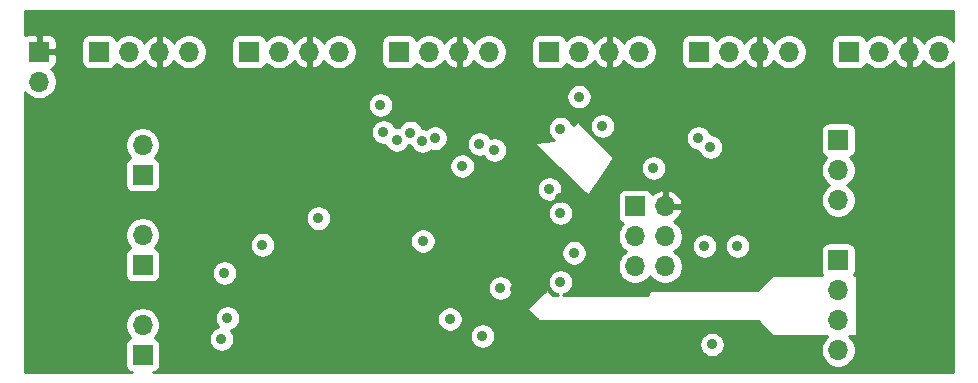
<source format=gbr>
G04 #@! TF.GenerationSoftware,KiCad,Pcbnew,5.1.5+dfsg1-2build2*
G04 #@! TF.CreationDate,2021-01-10T12:40:40-08:00*
G04 #@! TF.ProjectId,board,626f6172-642e-46b6-9963-61645f706362,rev?*
G04 #@! TF.SameCoordinates,Original*
G04 #@! TF.FileFunction,Copper,L3,Inr*
G04 #@! TF.FilePolarity,Positive*
%FSLAX46Y46*%
G04 Gerber Fmt 4.6, Leading zero omitted, Abs format (unit mm)*
G04 Created by KiCad (PCBNEW 5.1.5+dfsg1-2build2) date 2021-01-10 12:40:40*
%MOMM*%
%LPD*%
G04 APERTURE LIST*
%ADD10R,1.700000X1.700000*%
%ADD11O,1.700000X1.700000*%
%ADD12C,0.900000*%
%ADD13C,0.254000*%
G04 APERTURE END LIST*
D10*
X169557700Y-71793100D03*
D11*
X169557700Y-74333100D03*
X169557700Y-76873100D03*
X169557700Y-79413100D03*
D10*
X152366000Y-67254000D03*
D11*
X154906000Y-67254000D03*
X152366000Y-69794000D03*
X154906000Y-69794000D03*
X152366000Y-72334000D03*
X154906000Y-72334000D03*
D10*
X157780000Y-54150000D03*
D11*
X160320000Y-54150000D03*
X162860000Y-54150000D03*
X165400000Y-54150000D03*
D10*
X110662500Y-64583200D03*
D11*
X110662500Y-62043200D03*
D10*
X106980000Y-54150000D03*
D11*
X109520000Y-54150000D03*
X112060000Y-54150000D03*
X114600000Y-54150000D03*
D10*
X170480000Y-54150000D03*
D11*
X173020000Y-54150000D03*
X175560000Y-54150000D03*
X178100000Y-54150000D03*
D10*
X101900000Y-54150000D03*
D11*
X101900000Y-56690000D03*
X110662500Y-77283200D03*
D10*
X110662500Y-79823200D03*
X110662500Y-72203200D03*
D11*
X110662500Y-69663200D03*
D10*
X119680000Y-54150000D03*
D11*
X122220000Y-54150000D03*
X124760000Y-54150000D03*
X127300000Y-54150000D03*
X140000000Y-54150000D03*
X137460000Y-54150000D03*
X134920000Y-54150000D03*
D10*
X132380000Y-54150000D03*
X145080000Y-54150000D03*
D11*
X147620000Y-54150000D03*
X150160000Y-54150000D03*
X152700000Y-54150000D03*
D10*
X169557700Y-61633100D03*
D11*
X169557700Y-64173100D03*
X169557700Y-66713100D03*
D12*
X142183637Y-74224363D03*
X162814000Y-72136000D03*
X147574000Y-73406000D03*
X145989424Y-66549284D03*
X139446000Y-75438000D03*
X137669334Y-61983827D03*
X150545800Y-78994000D03*
X131318000Y-70027800D03*
X130073400Y-63068200D03*
X146050000Y-67818000D03*
X157734000Y-61468000D03*
X135439276Y-61481000D03*
X158242000Y-70612000D03*
X134366000Y-61722000D03*
X158750000Y-62230000D03*
X140462000Y-62484000D03*
X117348000Y-78486000D03*
X139446000Y-78232000D03*
X147193000Y-71177492D03*
X146050000Y-60680600D03*
X133350000Y-61005591D03*
X131064000Y-60960000D03*
X130810000Y-58674000D03*
X147624800Y-57962800D03*
X132186757Y-61615243D03*
X140970000Y-74168000D03*
X153924000Y-64008000D03*
X146050000Y-73660000D03*
X161036000Y-70612000D03*
X136677400Y-76784200D03*
X117856000Y-76708000D03*
X149606000Y-60452000D03*
X145108507Y-65785990D03*
X139193294Y-61976063D03*
X158877000Y-78943200D03*
X134391400Y-70187095D03*
X117602000Y-72898000D03*
X120817008Y-70495792D03*
X137735665Y-63838735D03*
X125552200Y-68249800D03*
D13*
G36*
X179305000Y-53280481D02*
G01*
X179253475Y-53203368D01*
X179046632Y-52996525D01*
X178803411Y-52834010D01*
X178533158Y-52722068D01*
X178246260Y-52665000D01*
X177953740Y-52665000D01*
X177666842Y-52722068D01*
X177396589Y-52834010D01*
X177153368Y-52996525D01*
X176946525Y-53203368D01*
X176824805Y-53385534D01*
X176755178Y-53268645D01*
X176560269Y-53052412D01*
X176326920Y-52878359D01*
X176064099Y-52753175D01*
X175916890Y-52708524D01*
X175687000Y-52829845D01*
X175687000Y-54023000D01*
X175707000Y-54023000D01*
X175707000Y-54277000D01*
X175687000Y-54277000D01*
X175687000Y-55470155D01*
X175916890Y-55591476D01*
X176064099Y-55546825D01*
X176326920Y-55421641D01*
X176560269Y-55247588D01*
X176755178Y-55031355D01*
X176824805Y-54914466D01*
X176946525Y-55096632D01*
X177153368Y-55303475D01*
X177396589Y-55465990D01*
X177666842Y-55577932D01*
X177953740Y-55635000D01*
X178246260Y-55635000D01*
X178533158Y-55577932D01*
X178803411Y-55465990D01*
X179046632Y-55303475D01*
X179253475Y-55096632D01*
X179305000Y-55019519D01*
X179305001Y-81305000D01*
X111576183Y-81305000D01*
X111636982Y-81299012D01*
X111756680Y-81262702D01*
X111866994Y-81203737D01*
X111963685Y-81124385D01*
X112043037Y-81027694D01*
X112102002Y-80917380D01*
X112138312Y-80797682D01*
X112150572Y-80673200D01*
X112150572Y-78973200D01*
X112138312Y-78848718D01*
X112102002Y-78729020D01*
X112043037Y-78618706D01*
X111963685Y-78522015D01*
X111866994Y-78442663D01*
X111756680Y-78383698D01*
X111741645Y-78379137D01*
X116263000Y-78379137D01*
X116263000Y-78592863D01*
X116304696Y-78802483D01*
X116386485Y-78999940D01*
X116505225Y-79177647D01*
X116656353Y-79328775D01*
X116834060Y-79447515D01*
X117031517Y-79529304D01*
X117241137Y-79571000D01*
X117454863Y-79571000D01*
X117664483Y-79529304D01*
X117861940Y-79447515D01*
X118039647Y-79328775D01*
X118190775Y-79177647D01*
X118309515Y-78999940D01*
X118391304Y-78802483D01*
X118433000Y-78592863D01*
X118433000Y-78379137D01*
X118391304Y-78169517D01*
X118372922Y-78125137D01*
X138361000Y-78125137D01*
X138361000Y-78338863D01*
X138402696Y-78548483D01*
X138484485Y-78745940D01*
X138603225Y-78923647D01*
X138754353Y-79074775D01*
X138932060Y-79193515D01*
X139129517Y-79275304D01*
X139339137Y-79317000D01*
X139552863Y-79317000D01*
X139762483Y-79275304D01*
X139959940Y-79193515D01*
X140137647Y-79074775D01*
X140288775Y-78923647D01*
X140347113Y-78836337D01*
X157792000Y-78836337D01*
X157792000Y-79050063D01*
X157833696Y-79259683D01*
X157915485Y-79457140D01*
X158034225Y-79634847D01*
X158185353Y-79785975D01*
X158363060Y-79904715D01*
X158560517Y-79986504D01*
X158770137Y-80028200D01*
X158983863Y-80028200D01*
X159193483Y-79986504D01*
X159390940Y-79904715D01*
X159568647Y-79785975D01*
X159719775Y-79634847D01*
X159838515Y-79457140D01*
X159920304Y-79259683D01*
X159962000Y-79050063D01*
X159962000Y-78836337D01*
X159920304Y-78626717D01*
X159838515Y-78429260D01*
X159719775Y-78251553D01*
X159568647Y-78100425D01*
X159390940Y-77981685D01*
X159193483Y-77899896D01*
X158983863Y-77858200D01*
X158770137Y-77858200D01*
X158560517Y-77899896D01*
X158363060Y-77981685D01*
X158185353Y-78100425D01*
X158034225Y-78251553D01*
X157915485Y-78429260D01*
X157833696Y-78626717D01*
X157792000Y-78836337D01*
X140347113Y-78836337D01*
X140407515Y-78745940D01*
X140489304Y-78548483D01*
X140531000Y-78338863D01*
X140531000Y-78125137D01*
X140489304Y-77915517D01*
X140407515Y-77718060D01*
X140288775Y-77540353D01*
X140137647Y-77389225D01*
X139959940Y-77270485D01*
X139762483Y-77188696D01*
X139552863Y-77147000D01*
X139339137Y-77147000D01*
X139129517Y-77188696D01*
X138932060Y-77270485D01*
X138754353Y-77389225D01*
X138603225Y-77540353D01*
X138484485Y-77718060D01*
X138402696Y-77915517D01*
X138361000Y-78125137D01*
X118372922Y-78125137D01*
X118309515Y-77972060D01*
X118190775Y-77794353D01*
X118151833Y-77755411D01*
X118172483Y-77751304D01*
X118369940Y-77669515D01*
X118547647Y-77550775D01*
X118698775Y-77399647D01*
X118817515Y-77221940D01*
X118899304Y-77024483D01*
X118941000Y-76814863D01*
X118941000Y-76677337D01*
X135592400Y-76677337D01*
X135592400Y-76891063D01*
X135634096Y-77100683D01*
X135715885Y-77298140D01*
X135834625Y-77475847D01*
X135985753Y-77626975D01*
X136163460Y-77745715D01*
X136360917Y-77827504D01*
X136570537Y-77869200D01*
X136784263Y-77869200D01*
X136993883Y-77827504D01*
X137191340Y-77745715D01*
X137369047Y-77626975D01*
X137520175Y-77475847D01*
X137638915Y-77298140D01*
X137720704Y-77100683D01*
X137762400Y-76891063D01*
X137762400Y-76677337D01*
X137720704Y-76467717D01*
X137638915Y-76270260D01*
X137520175Y-76092553D01*
X137369047Y-75941425D01*
X137337881Y-75920600D01*
X143179800Y-75920600D01*
X143182240Y-75945376D01*
X143189467Y-75969201D01*
X143201203Y-75991157D01*
X143216997Y-76010403D01*
X144105997Y-76899403D01*
X144125243Y-76915197D01*
X144147199Y-76926933D01*
X144171024Y-76934160D01*
X144195800Y-76936600D01*
X162735994Y-76936600D01*
X163994197Y-78194803D01*
X164013443Y-78210597D01*
X164035399Y-78222333D01*
X164059224Y-78229560D01*
X164084000Y-78232000D01*
X168652412Y-78232000D01*
X168611068Y-78259625D01*
X168404225Y-78466468D01*
X168241710Y-78709689D01*
X168129768Y-78979942D01*
X168072700Y-79266840D01*
X168072700Y-79559360D01*
X168129768Y-79846258D01*
X168241710Y-80116511D01*
X168404225Y-80359732D01*
X168611068Y-80566575D01*
X168854289Y-80729090D01*
X169124542Y-80841032D01*
X169411440Y-80898100D01*
X169703960Y-80898100D01*
X169990858Y-80841032D01*
X170261111Y-80729090D01*
X170504332Y-80566575D01*
X170711175Y-80359732D01*
X170873690Y-80116511D01*
X170985632Y-79846258D01*
X171042700Y-79559360D01*
X171042700Y-79266840D01*
X170985632Y-78979942D01*
X170873690Y-78709689D01*
X170711175Y-78466468D01*
X170504332Y-78259625D01*
X170462988Y-78232000D01*
X171043600Y-78232000D01*
X171068376Y-78229560D01*
X171092201Y-78222333D01*
X171114157Y-78210597D01*
X171133403Y-78194803D01*
X171149197Y-78175557D01*
X171160933Y-78153601D01*
X171168160Y-78129776D01*
X171170600Y-78105000D01*
X171170600Y-73152000D01*
X171168160Y-73127224D01*
X171160933Y-73103399D01*
X171149197Y-73081443D01*
X171133403Y-73062197D01*
X171114157Y-73046403D01*
X171092201Y-73034667D01*
X171068376Y-73027440D01*
X171043600Y-73025000D01*
X170915746Y-73025000D01*
X170938237Y-72997594D01*
X170997202Y-72887280D01*
X171033512Y-72767582D01*
X171045772Y-72643100D01*
X171045772Y-70943100D01*
X171033512Y-70818618D01*
X170997202Y-70698920D01*
X170938237Y-70588606D01*
X170858885Y-70491915D01*
X170762194Y-70412563D01*
X170651880Y-70353598D01*
X170532182Y-70317288D01*
X170407700Y-70305028D01*
X168707700Y-70305028D01*
X168583218Y-70317288D01*
X168463520Y-70353598D01*
X168353206Y-70412563D01*
X168256515Y-70491915D01*
X168177163Y-70588606D01*
X168118198Y-70698920D01*
X168081888Y-70818618D01*
X168069628Y-70943100D01*
X168069628Y-72643100D01*
X168081888Y-72767582D01*
X168118198Y-72887280D01*
X168177163Y-72997594D01*
X168199654Y-73025000D01*
X164058600Y-73025000D01*
X164033824Y-73027440D01*
X164009999Y-73034667D01*
X163988043Y-73046403D01*
X163968797Y-73062197D01*
X162659794Y-74371200D01*
X153593800Y-74371200D01*
X153569024Y-74373640D01*
X153545199Y-74380867D01*
X153523243Y-74392603D01*
X153503997Y-74408397D01*
X153488203Y-74427643D01*
X153476467Y-74449599D01*
X153469240Y-74473424D01*
X153466800Y-74498200D01*
X153466800Y-74726800D01*
X146248361Y-74726800D01*
X146366483Y-74703304D01*
X146563940Y-74621515D01*
X146741647Y-74502775D01*
X146892775Y-74351647D01*
X147011515Y-74173940D01*
X147093304Y-73976483D01*
X147135000Y-73766863D01*
X147135000Y-73553137D01*
X147093304Y-73343517D01*
X147011515Y-73146060D01*
X146892775Y-72968353D01*
X146741647Y-72817225D01*
X146563940Y-72698485D01*
X146366483Y-72616696D01*
X146156863Y-72575000D01*
X145943137Y-72575000D01*
X145733517Y-72616696D01*
X145536060Y-72698485D01*
X145358353Y-72817225D01*
X145207225Y-72968353D01*
X145088485Y-73146060D01*
X145006696Y-73343517D01*
X144965000Y-73553137D01*
X144965000Y-73766863D01*
X145006696Y-73976483D01*
X145088485Y-74173940D01*
X145207225Y-74351647D01*
X145358353Y-74502775D01*
X145536060Y-74621515D01*
X145733517Y-74703304D01*
X145851639Y-74726800D01*
X145416806Y-74726800D01*
X144996803Y-74306797D01*
X144980111Y-74292755D01*
X144958447Y-74280487D01*
X144934806Y-74272681D01*
X144910097Y-74269638D01*
X144885268Y-74271473D01*
X144861275Y-74278117D01*
X144839038Y-74289314D01*
X144819414Y-74304634D01*
X143219214Y-75828634D01*
X143201203Y-75850043D01*
X143189467Y-75871999D01*
X143182240Y-75895824D01*
X143179800Y-75920600D01*
X137337881Y-75920600D01*
X137191340Y-75822685D01*
X136993883Y-75740896D01*
X136784263Y-75699200D01*
X136570537Y-75699200D01*
X136360917Y-75740896D01*
X136163460Y-75822685D01*
X135985753Y-75941425D01*
X135834625Y-76092553D01*
X135715885Y-76270260D01*
X135634096Y-76467717D01*
X135592400Y-76677337D01*
X118941000Y-76677337D01*
X118941000Y-76601137D01*
X118899304Y-76391517D01*
X118817515Y-76194060D01*
X118698775Y-76016353D01*
X118547647Y-75865225D01*
X118369940Y-75746485D01*
X118172483Y-75664696D01*
X117962863Y-75623000D01*
X117749137Y-75623000D01*
X117539517Y-75664696D01*
X117342060Y-75746485D01*
X117164353Y-75865225D01*
X117013225Y-76016353D01*
X116894485Y-76194060D01*
X116812696Y-76391517D01*
X116771000Y-76601137D01*
X116771000Y-76814863D01*
X116812696Y-77024483D01*
X116894485Y-77221940D01*
X117013225Y-77399647D01*
X117052167Y-77438589D01*
X117031517Y-77442696D01*
X116834060Y-77524485D01*
X116656353Y-77643225D01*
X116505225Y-77794353D01*
X116386485Y-77972060D01*
X116304696Y-78169517D01*
X116263000Y-78379137D01*
X111741645Y-78379137D01*
X111684120Y-78361687D01*
X111815975Y-78229832D01*
X111978490Y-77986611D01*
X112090432Y-77716358D01*
X112147500Y-77429460D01*
X112147500Y-77136940D01*
X112090432Y-76850042D01*
X111978490Y-76579789D01*
X111815975Y-76336568D01*
X111609132Y-76129725D01*
X111365911Y-75967210D01*
X111095658Y-75855268D01*
X110808760Y-75798200D01*
X110516240Y-75798200D01*
X110229342Y-75855268D01*
X109959089Y-75967210D01*
X109715868Y-76129725D01*
X109509025Y-76336568D01*
X109346510Y-76579789D01*
X109234568Y-76850042D01*
X109177500Y-77136940D01*
X109177500Y-77429460D01*
X109234568Y-77716358D01*
X109346510Y-77986611D01*
X109509025Y-78229832D01*
X109640880Y-78361687D01*
X109568320Y-78383698D01*
X109458006Y-78442663D01*
X109361315Y-78522015D01*
X109281963Y-78618706D01*
X109222998Y-78729020D01*
X109186688Y-78848718D01*
X109174428Y-78973200D01*
X109174428Y-80673200D01*
X109186688Y-80797682D01*
X109222998Y-80917380D01*
X109281963Y-81027694D01*
X109361315Y-81124385D01*
X109458006Y-81203737D01*
X109568320Y-81262702D01*
X109688018Y-81299012D01*
X109748817Y-81305000D01*
X100695000Y-81305000D01*
X100695000Y-74061137D01*
X139885000Y-74061137D01*
X139885000Y-74274863D01*
X139926696Y-74484483D01*
X140008485Y-74681940D01*
X140127225Y-74859647D01*
X140278353Y-75010775D01*
X140456060Y-75129515D01*
X140653517Y-75211304D01*
X140863137Y-75253000D01*
X141076863Y-75253000D01*
X141286483Y-75211304D01*
X141483940Y-75129515D01*
X141661647Y-75010775D01*
X141812775Y-74859647D01*
X141931515Y-74681940D01*
X142013304Y-74484483D01*
X142055000Y-74274863D01*
X142055000Y-74061137D01*
X142013304Y-73851517D01*
X141931515Y-73654060D01*
X141812775Y-73476353D01*
X141661647Y-73325225D01*
X141483940Y-73206485D01*
X141286483Y-73124696D01*
X141076863Y-73083000D01*
X140863137Y-73083000D01*
X140653517Y-73124696D01*
X140456060Y-73206485D01*
X140278353Y-73325225D01*
X140127225Y-73476353D01*
X140008485Y-73654060D01*
X139926696Y-73851517D01*
X139885000Y-74061137D01*
X100695000Y-74061137D01*
X100695000Y-71353200D01*
X109174428Y-71353200D01*
X109174428Y-73053200D01*
X109186688Y-73177682D01*
X109222998Y-73297380D01*
X109281963Y-73407694D01*
X109361315Y-73504385D01*
X109458006Y-73583737D01*
X109568320Y-73642702D01*
X109688018Y-73679012D01*
X109812500Y-73691272D01*
X111512500Y-73691272D01*
X111636982Y-73679012D01*
X111756680Y-73642702D01*
X111866994Y-73583737D01*
X111963685Y-73504385D01*
X112043037Y-73407694D01*
X112102002Y-73297380D01*
X112138312Y-73177682D01*
X112150572Y-73053200D01*
X112150572Y-72791137D01*
X116517000Y-72791137D01*
X116517000Y-73004863D01*
X116558696Y-73214483D01*
X116640485Y-73411940D01*
X116759225Y-73589647D01*
X116910353Y-73740775D01*
X117088060Y-73859515D01*
X117285517Y-73941304D01*
X117495137Y-73983000D01*
X117708863Y-73983000D01*
X117918483Y-73941304D01*
X118115940Y-73859515D01*
X118293647Y-73740775D01*
X118444775Y-73589647D01*
X118563515Y-73411940D01*
X118645304Y-73214483D01*
X118687000Y-73004863D01*
X118687000Y-72791137D01*
X118645304Y-72581517D01*
X118563515Y-72384060D01*
X118444775Y-72206353D01*
X118293647Y-72055225D01*
X118115940Y-71936485D01*
X117918483Y-71854696D01*
X117708863Y-71813000D01*
X117495137Y-71813000D01*
X117285517Y-71854696D01*
X117088060Y-71936485D01*
X116910353Y-72055225D01*
X116759225Y-72206353D01*
X116640485Y-72384060D01*
X116558696Y-72581517D01*
X116517000Y-72791137D01*
X112150572Y-72791137D01*
X112150572Y-71353200D01*
X112138312Y-71228718D01*
X112102002Y-71109020D01*
X112043037Y-70998706D01*
X111963685Y-70902015D01*
X111866994Y-70822663D01*
X111756680Y-70763698D01*
X111684120Y-70741687D01*
X111815975Y-70609832D01*
X111963577Y-70388929D01*
X119732008Y-70388929D01*
X119732008Y-70602655D01*
X119773704Y-70812275D01*
X119855493Y-71009732D01*
X119974233Y-71187439D01*
X120125361Y-71338567D01*
X120303068Y-71457307D01*
X120500525Y-71539096D01*
X120710145Y-71580792D01*
X120923871Y-71580792D01*
X121133491Y-71539096D01*
X121330948Y-71457307D01*
X121508655Y-71338567D01*
X121659783Y-71187439D01*
X121778523Y-71009732D01*
X121860312Y-70812275D01*
X121902008Y-70602655D01*
X121902008Y-70388929D01*
X121860312Y-70179309D01*
X121819274Y-70080232D01*
X133306400Y-70080232D01*
X133306400Y-70293958D01*
X133348096Y-70503578D01*
X133429885Y-70701035D01*
X133548625Y-70878742D01*
X133699753Y-71029870D01*
X133877460Y-71148610D01*
X134074917Y-71230399D01*
X134284537Y-71272095D01*
X134498263Y-71272095D01*
X134707883Y-71230399D01*
X134905340Y-71148610D01*
X135022046Y-71070629D01*
X146108000Y-71070629D01*
X146108000Y-71284355D01*
X146149696Y-71493975D01*
X146231485Y-71691432D01*
X146350225Y-71869139D01*
X146501353Y-72020267D01*
X146679060Y-72139007D01*
X146876517Y-72220796D01*
X147086137Y-72262492D01*
X147299863Y-72262492D01*
X147509483Y-72220796D01*
X147706940Y-72139007D01*
X147884647Y-72020267D01*
X148035775Y-71869139D01*
X148154515Y-71691432D01*
X148236304Y-71493975D01*
X148278000Y-71284355D01*
X148278000Y-71070629D01*
X148236304Y-70861009D01*
X148154515Y-70663552D01*
X148035775Y-70485845D01*
X147884647Y-70334717D01*
X147706940Y-70215977D01*
X147509483Y-70134188D01*
X147299863Y-70092492D01*
X147086137Y-70092492D01*
X146876517Y-70134188D01*
X146679060Y-70215977D01*
X146501353Y-70334717D01*
X146350225Y-70485845D01*
X146231485Y-70663552D01*
X146149696Y-70861009D01*
X146108000Y-71070629D01*
X135022046Y-71070629D01*
X135083047Y-71029870D01*
X135234175Y-70878742D01*
X135352915Y-70701035D01*
X135434704Y-70503578D01*
X135476400Y-70293958D01*
X135476400Y-70080232D01*
X135434704Y-69870612D01*
X135352915Y-69673155D01*
X135234175Y-69495448D01*
X135083047Y-69344320D01*
X134905340Y-69225580D01*
X134707883Y-69143791D01*
X134498263Y-69102095D01*
X134284537Y-69102095D01*
X134074917Y-69143791D01*
X133877460Y-69225580D01*
X133699753Y-69344320D01*
X133548625Y-69495448D01*
X133429885Y-69673155D01*
X133348096Y-69870612D01*
X133306400Y-70080232D01*
X121819274Y-70080232D01*
X121778523Y-69981852D01*
X121659783Y-69804145D01*
X121508655Y-69653017D01*
X121330948Y-69534277D01*
X121133491Y-69452488D01*
X120923871Y-69410792D01*
X120710145Y-69410792D01*
X120500525Y-69452488D01*
X120303068Y-69534277D01*
X120125361Y-69653017D01*
X119974233Y-69804145D01*
X119855493Y-69981852D01*
X119773704Y-70179309D01*
X119732008Y-70388929D01*
X111963577Y-70388929D01*
X111978490Y-70366611D01*
X112090432Y-70096358D01*
X112147500Y-69809460D01*
X112147500Y-69516940D01*
X112090432Y-69230042D01*
X111978490Y-68959789D01*
X111815975Y-68716568D01*
X111609132Y-68509725D01*
X111365911Y-68347210D01*
X111095658Y-68235268D01*
X110808760Y-68178200D01*
X110516240Y-68178200D01*
X110229342Y-68235268D01*
X109959089Y-68347210D01*
X109715868Y-68509725D01*
X109509025Y-68716568D01*
X109346510Y-68959789D01*
X109234568Y-69230042D01*
X109177500Y-69516940D01*
X109177500Y-69809460D01*
X109234568Y-70096358D01*
X109346510Y-70366611D01*
X109509025Y-70609832D01*
X109640880Y-70741687D01*
X109568320Y-70763698D01*
X109458006Y-70822663D01*
X109361315Y-70902015D01*
X109281963Y-70998706D01*
X109222998Y-71109020D01*
X109186688Y-71228718D01*
X109174428Y-71353200D01*
X100695000Y-71353200D01*
X100695000Y-68142937D01*
X124467200Y-68142937D01*
X124467200Y-68356663D01*
X124508896Y-68566283D01*
X124590685Y-68763740D01*
X124709425Y-68941447D01*
X124860553Y-69092575D01*
X125038260Y-69211315D01*
X125235717Y-69293104D01*
X125445337Y-69334800D01*
X125659063Y-69334800D01*
X125868683Y-69293104D01*
X126066140Y-69211315D01*
X126243847Y-69092575D01*
X126394975Y-68941447D01*
X126513715Y-68763740D01*
X126595504Y-68566283D01*
X126637200Y-68356663D01*
X126637200Y-68142937D01*
X126595504Y-67933317D01*
X126513715Y-67735860D01*
X126497196Y-67711137D01*
X144965000Y-67711137D01*
X144965000Y-67924863D01*
X145006696Y-68134483D01*
X145088485Y-68331940D01*
X145207225Y-68509647D01*
X145358353Y-68660775D01*
X145536060Y-68779515D01*
X145733517Y-68861304D01*
X145943137Y-68903000D01*
X146156863Y-68903000D01*
X146366483Y-68861304D01*
X146563940Y-68779515D01*
X146741647Y-68660775D01*
X146892775Y-68509647D01*
X147011515Y-68331940D01*
X147093304Y-68134483D01*
X147135000Y-67924863D01*
X147135000Y-67711137D01*
X147093304Y-67501517D01*
X147011515Y-67304060D01*
X146892775Y-67126353D01*
X146741647Y-66975225D01*
X146563940Y-66856485D01*
X146366483Y-66774696D01*
X146156863Y-66733000D01*
X145943137Y-66733000D01*
X145733517Y-66774696D01*
X145536060Y-66856485D01*
X145358353Y-66975225D01*
X145207225Y-67126353D01*
X145088485Y-67304060D01*
X145006696Y-67501517D01*
X144965000Y-67711137D01*
X126497196Y-67711137D01*
X126394975Y-67558153D01*
X126243847Y-67407025D01*
X126066140Y-67288285D01*
X125868683Y-67206496D01*
X125659063Y-67164800D01*
X125445337Y-67164800D01*
X125235717Y-67206496D01*
X125038260Y-67288285D01*
X124860553Y-67407025D01*
X124709425Y-67558153D01*
X124590685Y-67735860D01*
X124508896Y-67933317D01*
X124467200Y-68142937D01*
X100695000Y-68142937D01*
X100695000Y-63733200D01*
X109174428Y-63733200D01*
X109174428Y-65433200D01*
X109186688Y-65557682D01*
X109222998Y-65677380D01*
X109281963Y-65787694D01*
X109361315Y-65884385D01*
X109458006Y-65963737D01*
X109568320Y-66022702D01*
X109688018Y-66059012D01*
X109812500Y-66071272D01*
X111512500Y-66071272D01*
X111636982Y-66059012D01*
X111756680Y-66022702D01*
X111866994Y-65963737D01*
X111963685Y-65884385D01*
X112043037Y-65787694D01*
X112101068Y-65679127D01*
X144023507Y-65679127D01*
X144023507Y-65892853D01*
X144065203Y-66102473D01*
X144146992Y-66299930D01*
X144265732Y-66477637D01*
X144416860Y-66628765D01*
X144594567Y-66747505D01*
X144792024Y-66829294D01*
X145001644Y-66870990D01*
X145215370Y-66870990D01*
X145424990Y-66829294D01*
X145622447Y-66747505D01*
X145800154Y-66628765D01*
X145951282Y-66477637D01*
X146000484Y-66404000D01*
X150877928Y-66404000D01*
X150877928Y-68104000D01*
X150890188Y-68228482D01*
X150926498Y-68348180D01*
X150985463Y-68458494D01*
X151064815Y-68555185D01*
X151161506Y-68634537D01*
X151271820Y-68693502D01*
X151344380Y-68715513D01*
X151212525Y-68847368D01*
X151050010Y-69090589D01*
X150938068Y-69360842D01*
X150881000Y-69647740D01*
X150881000Y-69940260D01*
X150938068Y-70227158D01*
X151050010Y-70497411D01*
X151212525Y-70740632D01*
X151419368Y-70947475D01*
X151593760Y-71064000D01*
X151419368Y-71180525D01*
X151212525Y-71387368D01*
X151050010Y-71630589D01*
X150938068Y-71900842D01*
X150881000Y-72187740D01*
X150881000Y-72480260D01*
X150938068Y-72767158D01*
X151050010Y-73037411D01*
X151212525Y-73280632D01*
X151419368Y-73487475D01*
X151662589Y-73649990D01*
X151932842Y-73761932D01*
X152219740Y-73819000D01*
X152512260Y-73819000D01*
X152799158Y-73761932D01*
X153069411Y-73649990D01*
X153312632Y-73487475D01*
X153519475Y-73280632D01*
X153636000Y-73106240D01*
X153752525Y-73280632D01*
X153959368Y-73487475D01*
X154202589Y-73649990D01*
X154472842Y-73761932D01*
X154759740Y-73819000D01*
X155052260Y-73819000D01*
X155339158Y-73761932D01*
X155609411Y-73649990D01*
X155852632Y-73487475D01*
X156059475Y-73280632D01*
X156221990Y-73037411D01*
X156333932Y-72767158D01*
X156391000Y-72480260D01*
X156391000Y-72187740D01*
X156333932Y-71900842D01*
X156221990Y-71630589D01*
X156059475Y-71387368D01*
X155852632Y-71180525D01*
X155678240Y-71064000D01*
X155852632Y-70947475D01*
X156059475Y-70740632D01*
X156216827Y-70505137D01*
X157157000Y-70505137D01*
X157157000Y-70718863D01*
X157198696Y-70928483D01*
X157280485Y-71125940D01*
X157399225Y-71303647D01*
X157550353Y-71454775D01*
X157728060Y-71573515D01*
X157925517Y-71655304D01*
X158135137Y-71697000D01*
X158348863Y-71697000D01*
X158558483Y-71655304D01*
X158755940Y-71573515D01*
X158933647Y-71454775D01*
X159084775Y-71303647D01*
X159203515Y-71125940D01*
X159285304Y-70928483D01*
X159327000Y-70718863D01*
X159327000Y-70505137D01*
X159951000Y-70505137D01*
X159951000Y-70718863D01*
X159992696Y-70928483D01*
X160074485Y-71125940D01*
X160193225Y-71303647D01*
X160344353Y-71454775D01*
X160522060Y-71573515D01*
X160719517Y-71655304D01*
X160929137Y-71697000D01*
X161142863Y-71697000D01*
X161352483Y-71655304D01*
X161549940Y-71573515D01*
X161727647Y-71454775D01*
X161878775Y-71303647D01*
X161997515Y-71125940D01*
X162079304Y-70928483D01*
X162121000Y-70718863D01*
X162121000Y-70505137D01*
X162079304Y-70295517D01*
X161997515Y-70098060D01*
X161878775Y-69920353D01*
X161727647Y-69769225D01*
X161549940Y-69650485D01*
X161352483Y-69568696D01*
X161142863Y-69527000D01*
X160929137Y-69527000D01*
X160719517Y-69568696D01*
X160522060Y-69650485D01*
X160344353Y-69769225D01*
X160193225Y-69920353D01*
X160074485Y-70098060D01*
X159992696Y-70295517D01*
X159951000Y-70505137D01*
X159327000Y-70505137D01*
X159285304Y-70295517D01*
X159203515Y-70098060D01*
X159084775Y-69920353D01*
X158933647Y-69769225D01*
X158755940Y-69650485D01*
X158558483Y-69568696D01*
X158348863Y-69527000D01*
X158135137Y-69527000D01*
X157925517Y-69568696D01*
X157728060Y-69650485D01*
X157550353Y-69769225D01*
X157399225Y-69920353D01*
X157280485Y-70098060D01*
X157198696Y-70295517D01*
X157157000Y-70505137D01*
X156216827Y-70505137D01*
X156221990Y-70497411D01*
X156333932Y-70227158D01*
X156391000Y-69940260D01*
X156391000Y-69647740D01*
X156333932Y-69360842D01*
X156221990Y-69090589D01*
X156059475Y-68847368D01*
X155852632Y-68640525D01*
X155670466Y-68518805D01*
X155787355Y-68449178D01*
X156003588Y-68254269D01*
X156177641Y-68020920D01*
X156302825Y-67758099D01*
X156347476Y-67610890D01*
X156226155Y-67381000D01*
X155033000Y-67381000D01*
X155033000Y-67401000D01*
X154779000Y-67401000D01*
X154779000Y-67381000D01*
X154759000Y-67381000D01*
X154759000Y-67127000D01*
X154779000Y-67127000D01*
X154779000Y-65933186D01*
X155033000Y-65933186D01*
X155033000Y-67127000D01*
X156226155Y-67127000D01*
X156347476Y-66897110D01*
X156302825Y-66749901D01*
X156177641Y-66487080D01*
X156003588Y-66253731D01*
X155787355Y-66058822D01*
X155537252Y-65909843D01*
X155262891Y-65812519D01*
X155033000Y-65933186D01*
X154779000Y-65933186D01*
X154549109Y-65812519D01*
X154274748Y-65909843D01*
X154024645Y-66058822D01*
X153828498Y-66235626D01*
X153805502Y-66159820D01*
X153746537Y-66049506D01*
X153667185Y-65952815D01*
X153570494Y-65873463D01*
X153460180Y-65814498D01*
X153340482Y-65778188D01*
X153216000Y-65765928D01*
X151516000Y-65765928D01*
X151391518Y-65778188D01*
X151271820Y-65814498D01*
X151161506Y-65873463D01*
X151064815Y-65952815D01*
X150985463Y-66049506D01*
X150926498Y-66159820D01*
X150890188Y-66279518D01*
X150877928Y-66404000D01*
X146000484Y-66404000D01*
X146070022Y-66299930D01*
X146151811Y-66102473D01*
X146193507Y-65892853D01*
X146193507Y-65679127D01*
X146151811Y-65469507D01*
X146070022Y-65272050D01*
X145951282Y-65094343D01*
X145800154Y-64943215D01*
X145622447Y-64824475D01*
X145424990Y-64742686D01*
X145215370Y-64700990D01*
X145001644Y-64700990D01*
X144792024Y-64742686D01*
X144594567Y-64824475D01*
X144416860Y-64943215D01*
X144265732Y-65094343D01*
X144146992Y-65272050D01*
X144065203Y-65469507D01*
X144023507Y-65679127D01*
X112101068Y-65679127D01*
X112102002Y-65677380D01*
X112138312Y-65557682D01*
X112150572Y-65433200D01*
X112150572Y-63733200D01*
X112150442Y-63731872D01*
X136650665Y-63731872D01*
X136650665Y-63945598D01*
X136692361Y-64155218D01*
X136774150Y-64352675D01*
X136892890Y-64530382D01*
X137044018Y-64681510D01*
X137221725Y-64800250D01*
X137419182Y-64882039D01*
X137628802Y-64923735D01*
X137842528Y-64923735D01*
X138052148Y-64882039D01*
X138249605Y-64800250D01*
X138427312Y-64681510D01*
X138578440Y-64530382D01*
X138697180Y-64352675D01*
X138778969Y-64155218D01*
X138820665Y-63945598D01*
X138820665Y-63731872D01*
X138778969Y-63522252D01*
X138697180Y-63324795D01*
X138578440Y-63147088D01*
X138427312Y-62995960D01*
X138249605Y-62877220D01*
X138052148Y-62795431D01*
X137842528Y-62753735D01*
X137628802Y-62753735D01*
X137419182Y-62795431D01*
X137221725Y-62877220D01*
X137044018Y-62995960D01*
X136892890Y-63147088D01*
X136774150Y-63324795D01*
X136692361Y-63522252D01*
X136650665Y-63731872D01*
X112150442Y-63731872D01*
X112138312Y-63608718D01*
X112102002Y-63489020D01*
X112043037Y-63378706D01*
X111963685Y-63282015D01*
X111866994Y-63202663D01*
X111756680Y-63143698D01*
X111684120Y-63121687D01*
X111815975Y-62989832D01*
X111978490Y-62746611D01*
X112090432Y-62476358D01*
X112147500Y-62189460D01*
X112147500Y-61896940D01*
X112090432Y-61610042D01*
X111978490Y-61339789D01*
X111815975Y-61096568D01*
X111609132Y-60889725D01*
X111554375Y-60853137D01*
X129979000Y-60853137D01*
X129979000Y-61066863D01*
X130020696Y-61276483D01*
X130102485Y-61473940D01*
X130221225Y-61651647D01*
X130372353Y-61802775D01*
X130550060Y-61921515D01*
X130747517Y-62003304D01*
X130957137Y-62045000D01*
X131170863Y-62045000D01*
X131188887Y-62041415D01*
X131225242Y-62129183D01*
X131343982Y-62306890D01*
X131495110Y-62458018D01*
X131672817Y-62576758D01*
X131870274Y-62658547D01*
X132079894Y-62700243D01*
X132293620Y-62700243D01*
X132503240Y-62658547D01*
X132700697Y-62576758D01*
X132878404Y-62458018D01*
X133029532Y-62306890D01*
X133148272Y-62129183D01*
X133170262Y-62076095D01*
X133243137Y-62090591D01*
X133344280Y-62090591D01*
X133404485Y-62235940D01*
X133523225Y-62413647D01*
X133674353Y-62564775D01*
X133852060Y-62683515D01*
X134049517Y-62765304D01*
X134259137Y-62807000D01*
X134472863Y-62807000D01*
X134682483Y-62765304D01*
X134879940Y-62683515D01*
X135057647Y-62564775D01*
X135105345Y-62517077D01*
X135122793Y-62524304D01*
X135332413Y-62566000D01*
X135546139Y-62566000D01*
X135755759Y-62524304D01*
X135953216Y-62442515D01*
X136130923Y-62323775D01*
X136282051Y-62172647D01*
X136400791Y-61994940D01*
X136452873Y-61869200D01*
X138108294Y-61869200D01*
X138108294Y-62082926D01*
X138149990Y-62292546D01*
X138231779Y-62490003D01*
X138350519Y-62667710D01*
X138501647Y-62818838D01*
X138679354Y-62937578D01*
X138876811Y-63019367D01*
X139086431Y-63061063D01*
X139300157Y-63061063D01*
X139509777Y-63019367D01*
X139513713Y-63017737D01*
X139619225Y-63175647D01*
X139770353Y-63326775D01*
X139948060Y-63445515D01*
X140145517Y-63527304D01*
X140355137Y-63569000D01*
X140568863Y-63569000D01*
X140778483Y-63527304D01*
X140975940Y-63445515D01*
X141153647Y-63326775D01*
X141304775Y-63175647D01*
X141423515Y-62997940D01*
X141505304Y-62800483D01*
X141547000Y-62590863D01*
X141547000Y-62377137D01*
X141505304Y-62167517D01*
X141423515Y-61970060D01*
X141394778Y-61927051D01*
X143840213Y-61927051D01*
X143843015Y-61951789D01*
X143850588Y-61975506D01*
X143862643Y-61997289D01*
X143878716Y-62016302D01*
X148298316Y-66308902D01*
X148317736Y-66324380D01*
X148339856Y-66335805D01*
X148363780Y-66342696D01*
X148388588Y-66344787D01*
X148413328Y-66341999D01*
X148437048Y-66334437D01*
X148458837Y-66322393D01*
X148477858Y-66306329D01*
X148493380Y-66286864D01*
X150039331Y-63901137D01*
X152839000Y-63901137D01*
X152839000Y-64114863D01*
X152880696Y-64324483D01*
X152962485Y-64521940D01*
X153081225Y-64699647D01*
X153232353Y-64850775D01*
X153410060Y-64969515D01*
X153607517Y-65051304D01*
X153817137Y-65093000D01*
X154030863Y-65093000D01*
X154240483Y-65051304D01*
X154437940Y-64969515D01*
X154615647Y-64850775D01*
X154766775Y-64699647D01*
X154885515Y-64521940D01*
X154967304Y-64324483D01*
X155009000Y-64114863D01*
X155009000Y-63901137D01*
X154967304Y-63691517D01*
X154885515Y-63494060D01*
X154766775Y-63316353D01*
X154615647Y-63165225D01*
X154437940Y-63046485D01*
X154240483Y-62964696D01*
X154030863Y-62923000D01*
X153817137Y-62923000D01*
X153607517Y-62964696D01*
X153410060Y-63046485D01*
X153232353Y-63165225D01*
X153081225Y-63316353D01*
X152962485Y-63494060D01*
X152880696Y-63691517D01*
X152839000Y-63901137D01*
X150039331Y-63901137D01*
X150550780Y-63111864D01*
X150562159Y-63089860D01*
X150569074Y-63065943D01*
X150571189Y-63041136D01*
X150568424Y-63016394D01*
X150560886Y-62992666D01*
X150548863Y-62970865D01*
X150532818Y-62951829D01*
X147856922Y-60345137D01*
X148521000Y-60345137D01*
X148521000Y-60558863D01*
X148562696Y-60768483D01*
X148644485Y-60965940D01*
X148763225Y-61143647D01*
X148914353Y-61294775D01*
X149092060Y-61413515D01*
X149289517Y-61495304D01*
X149499137Y-61537000D01*
X149712863Y-61537000D01*
X149922483Y-61495304D01*
X150119940Y-61413515D01*
X150198329Y-61361137D01*
X156649000Y-61361137D01*
X156649000Y-61574863D01*
X156690696Y-61784483D01*
X156772485Y-61981940D01*
X156891225Y-62159647D01*
X157042353Y-62310775D01*
X157220060Y-62429515D01*
X157417517Y-62511304D01*
X157627137Y-62553000D01*
X157709395Y-62553000D01*
X157788485Y-62743940D01*
X157907225Y-62921647D01*
X158058353Y-63072775D01*
X158236060Y-63191515D01*
X158433517Y-63273304D01*
X158643137Y-63315000D01*
X158856863Y-63315000D01*
X159066483Y-63273304D01*
X159263940Y-63191515D01*
X159441647Y-63072775D01*
X159592775Y-62921647D01*
X159711515Y-62743940D01*
X159793304Y-62546483D01*
X159835000Y-62336863D01*
X159835000Y-62123137D01*
X159793304Y-61913517D01*
X159711515Y-61716060D01*
X159592775Y-61538353D01*
X159441647Y-61387225D01*
X159263940Y-61268485D01*
X159066483Y-61186696D01*
X158856863Y-61145000D01*
X158774605Y-61145000D01*
X158695515Y-60954060D01*
X158581284Y-60783100D01*
X168069628Y-60783100D01*
X168069628Y-62483100D01*
X168081888Y-62607582D01*
X168118198Y-62727280D01*
X168177163Y-62837594D01*
X168256515Y-62934285D01*
X168353206Y-63013637D01*
X168463520Y-63072602D01*
X168536080Y-63094613D01*
X168404225Y-63226468D01*
X168241710Y-63469689D01*
X168129768Y-63739942D01*
X168072700Y-64026840D01*
X168072700Y-64319360D01*
X168129768Y-64606258D01*
X168241710Y-64876511D01*
X168404225Y-65119732D01*
X168611068Y-65326575D01*
X168785460Y-65443100D01*
X168611068Y-65559625D01*
X168404225Y-65766468D01*
X168241710Y-66009689D01*
X168129768Y-66279942D01*
X168072700Y-66566840D01*
X168072700Y-66859360D01*
X168129768Y-67146258D01*
X168241710Y-67416511D01*
X168404225Y-67659732D01*
X168611068Y-67866575D01*
X168854289Y-68029090D01*
X169124542Y-68141032D01*
X169411440Y-68198100D01*
X169703960Y-68198100D01*
X169990858Y-68141032D01*
X170261111Y-68029090D01*
X170504332Y-67866575D01*
X170711175Y-67659732D01*
X170873690Y-67416511D01*
X170985632Y-67146258D01*
X171042700Y-66859360D01*
X171042700Y-66566840D01*
X170985632Y-66279942D01*
X170873690Y-66009689D01*
X170711175Y-65766468D01*
X170504332Y-65559625D01*
X170329940Y-65443100D01*
X170504332Y-65326575D01*
X170711175Y-65119732D01*
X170873690Y-64876511D01*
X170985632Y-64606258D01*
X171042700Y-64319360D01*
X171042700Y-64026840D01*
X170985632Y-63739942D01*
X170873690Y-63469689D01*
X170711175Y-63226468D01*
X170579320Y-63094613D01*
X170651880Y-63072602D01*
X170762194Y-63013637D01*
X170858885Y-62934285D01*
X170938237Y-62837594D01*
X170997202Y-62727280D01*
X171033512Y-62607582D01*
X171045772Y-62483100D01*
X171045772Y-60783100D01*
X171033512Y-60658618D01*
X170997202Y-60538920D01*
X170938237Y-60428606D01*
X170858885Y-60331915D01*
X170762194Y-60252563D01*
X170651880Y-60193598D01*
X170532182Y-60157288D01*
X170407700Y-60145028D01*
X168707700Y-60145028D01*
X168583218Y-60157288D01*
X168463520Y-60193598D01*
X168353206Y-60252563D01*
X168256515Y-60331915D01*
X168177163Y-60428606D01*
X168118198Y-60538920D01*
X168081888Y-60658618D01*
X168069628Y-60783100D01*
X158581284Y-60783100D01*
X158576775Y-60776353D01*
X158425647Y-60625225D01*
X158247940Y-60506485D01*
X158050483Y-60424696D01*
X157840863Y-60383000D01*
X157627137Y-60383000D01*
X157417517Y-60424696D01*
X157220060Y-60506485D01*
X157042353Y-60625225D01*
X156891225Y-60776353D01*
X156772485Y-60954060D01*
X156690696Y-61151517D01*
X156649000Y-61361137D01*
X150198329Y-61361137D01*
X150297647Y-61294775D01*
X150448775Y-61143647D01*
X150567515Y-60965940D01*
X150649304Y-60768483D01*
X150691000Y-60558863D01*
X150691000Y-60345137D01*
X150649304Y-60135517D01*
X150567515Y-59938060D01*
X150448775Y-59760353D01*
X150297647Y-59609225D01*
X150119940Y-59490485D01*
X149922483Y-59408696D01*
X149712863Y-59367000D01*
X149499137Y-59367000D01*
X149289517Y-59408696D01*
X149092060Y-59490485D01*
X148914353Y-59609225D01*
X148763225Y-59760353D01*
X148644485Y-59938060D01*
X148562696Y-60135517D01*
X148521000Y-60345137D01*
X147856922Y-60345137D01*
X147651314Y-60144847D01*
X147636793Y-60115805D01*
X147628797Y-60102043D01*
X147613003Y-60082797D01*
X147587603Y-60057397D01*
X147575666Y-60046871D01*
X147554596Y-60033608D01*
X147531344Y-60024710D01*
X147506803Y-60020520D01*
X147481916Y-60021197D01*
X147457639Y-60026717D01*
X147434906Y-60036867D01*
X147414589Y-60051257D01*
X147397471Y-60069334D01*
X147384208Y-60090404D01*
X147370448Y-60117925D01*
X147089812Y-60355686D01*
X147011515Y-60166660D01*
X146892775Y-59988953D01*
X146741647Y-59837825D01*
X146563940Y-59719085D01*
X146366483Y-59637296D01*
X146156863Y-59595600D01*
X145943137Y-59595600D01*
X145733517Y-59637296D01*
X145536060Y-59719085D01*
X145358353Y-59837825D01*
X145207225Y-59988953D01*
X145088485Y-60166660D01*
X145006696Y-60364117D01*
X144965000Y-60573737D01*
X144965000Y-60787463D01*
X145006696Y-60997083D01*
X145088485Y-61194540D01*
X145207225Y-61372247D01*
X145358353Y-61523375D01*
X145521824Y-61632603D01*
X143953805Y-61798908D01*
X143940611Y-61801015D01*
X143916894Y-61808588D01*
X143895111Y-61820643D01*
X143876098Y-61836716D01*
X143860586Y-61856189D01*
X143849171Y-61878315D01*
X143842292Y-61902242D01*
X143840213Y-61927051D01*
X141394778Y-61927051D01*
X141304775Y-61792353D01*
X141153647Y-61641225D01*
X140975940Y-61522485D01*
X140778483Y-61440696D01*
X140568863Y-61399000D01*
X140355137Y-61399000D01*
X140145517Y-61440696D01*
X140141581Y-61442326D01*
X140036069Y-61284416D01*
X139884941Y-61133288D01*
X139707234Y-61014548D01*
X139509777Y-60932759D01*
X139300157Y-60891063D01*
X139086431Y-60891063D01*
X138876811Y-60932759D01*
X138679354Y-61014548D01*
X138501647Y-61133288D01*
X138350519Y-61284416D01*
X138231779Y-61462123D01*
X138149990Y-61659580D01*
X138108294Y-61869200D01*
X136452873Y-61869200D01*
X136482580Y-61797483D01*
X136524276Y-61587863D01*
X136524276Y-61374137D01*
X136482580Y-61164517D01*
X136400791Y-60967060D01*
X136282051Y-60789353D01*
X136130923Y-60638225D01*
X135953216Y-60519485D01*
X135755759Y-60437696D01*
X135546139Y-60396000D01*
X135332413Y-60396000D01*
X135122793Y-60437696D01*
X134925336Y-60519485D01*
X134747629Y-60638225D01*
X134699931Y-60685923D01*
X134682483Y-60678696D01*
X134472863Y-60637000D01*
X134371720Y-60637000D01*
X134311515Y-60491651D01*
X134192775Y-60313944D01*
X134041647Y-60162816D01*
X133863940Y-60044076D01*
X133666483Y-59962287D01*
X133456863Y-59920591D01*
X133243137Y-59920591D01*
X133033517Y-59962287D01*
X132836060Y-60044076D01*
X132658353Y-60162816D01*
X132507225Y-60313944D01*
X132388485Y-60491651D01*
X132366495Y-60544739D01*
X132293620Y-60530243D01*
X132079894Y-60530243D01*
X132061870Y-60533828D01*
X132025515Y-60446060D01*
X131906775Y-60268353D01*
X131755647Y-60117225D01*
X131577940Y-59998485D01*
X131380483Y-59916696D01*
X131170863Y-59875000D01*
X130957137Y-59875000D01*
X130747517Y-59916696D01*
X130550060Y-59998485D01*
X130372353Y-60117225D01*
X130221225Y-60268353D01*
X130102485Y-60446060D01*
X130020696Y-60643517D01*
X129979000Y-60853137D01*
X111554375Y-60853137D01*
X111365911Y-60727210D01*
X111095658Y-60615268D01*
X110808760Y-60558200D01*
X110516240Y-60558200D01*
X110229342Y-60615268D01*
X109959089Y-60727210D01*
X109715868Y-60889725D01*
X109509025Y-61096568D01*
X109346510Y-61339789D01*
X109234568Y-61610042D01*
X109177500Y-61896940D01*
X109177500Y-62189460D01*
X109234568Y-62476358D01*
X109346510Y-62746611D01*
X109509025Y-62989832D01*
X109640880Y-63121687D01*
X109568320Y-63143698D01*
X109458006Y-63202663D01*
X109361315Y-63282015D01*
X109281963Y-63378706D01*
X109222998Y-63489020D01*
X109186688Y-63608718D01*
X109174428Y-63733200D01*
X100695000Y-63733200D01*
X100695000Y-58567137D01*
X129725000Y-58567137D01*
X129725000Y-58780863D01*
X129766696Y-58990483D01*
X129848485Y-59187940D01*
X129967225Y-59365647D01*
X130118353Y-59516775D01*
X130296060Y-59635515D01*
X130493517Y-59717304D01*
X130703137Y-59759000D01*
X130916863Y-59759000D01*
X131126483Y-59717304D01*
X131323940Y-59635515D01*
X131501647Y-59516775D01*
X131652775Y-59365647D01*
X131771515Y-59187940D01*
X131853304Y-58990483D01*
X131895000Y-58780863D01*
X131895000Y-58567137D01*
X131853304Y-58357517D01*
X131771515Y-58160060D01*
X131652775Y-57982353D01*
X131526359Y-57855937D01*
X146539800Y-57855937D01*
X146539800Y-58069663D01*
X146581496Y-58279283D01*
X146663285Y-58476740D01*
X146782025Y-58654447D01*
X146933153Y-58805575D01*
X147110860Y-58924315D01*
X147308317Y-59006104D01*
X147517937Y-59047800D01*
X147731663Y-59047800D01*
X147941283Y-59006104D01*
X148138740Y-58924315D01*
X148316447Y-58805575D01*
X148467575Y-58654447D01*
X148586315Y-58476740D01*
X148668104Y-58279283D01*
X148709800Y-58069663D01*
X148709800Y-57855937D01*
X148668104Y-57646317D01*
X148586315Y-57448860D01*
X148467575Y-57271153D01*
X148316447Y-57120025D01*
X148138740Y-57001285D01*
X147941283Y-56919496D01*
X147731663Y-56877800D01*
X147517937Y-56877800D01*
X147308317Y-56919496D01*
X147110860Y-57001285D01*
X146933153Y-57120025D01*
X146782025Y-57271153D01*
X146663285Y-57448860D01*
X146581496Y-57646317D01*
X146539800Y-57855937D01*
X131526359Y-57855937D01*
X131501647Y-57831225D01*
X131323940Y-57712485D01*
X131126483Y-57630696D01*
X130916863Y-57589000D01*
X130703137Y-57589000D01*
X130493517Y-57630696D01*
X130296060Y-57712485D01*
X130118353Y-57831225D01*
X129967225Y-57982353D01*
X129848485Y-58160060D01*
X129766696Y-58357517D01*
X129725000Y-58567137D01*
X100695000Y-58567137D01*
X100695000Y-57559519D01*
X100746525Y-57636632D01*
X100953368Y-57843475D01*
X101196589Y-58005990D01*
X101466842Y-58117932D01*
X101753740Y-58175000D01*
X102046260Y-58175000D01*
X102333158Y-58117932D01*
X102603411Y-58005990D01*
X102846632Y-57843475D01*
X103053475Y-57636632D01*
X103215990Y-57393411D01*
X103327932Y-57123158D01*
X103385000Y-56836260D01*
X103385000Y-56543740D01*
X103327932Y-56256842D01*
X103215990Y-55986589D01*
X103053475Y-55743368D01*
X102921620Y-55611513D01*
X102994180Y-55589502D01*
X103104494Y-55530537D01*
X103201185Y-55451185D01*
X103280537Y-55354494D01*
X103339502Y-55244180D01*
X103375812Y-55124482D01*
X103388072Y-55000000D01*
X103385000Y-54435750D01*
X103226250Y-54277000D01*
X102027000Y-54277000D01*
X102027000Y-54297000D01*
X101773000Y-54297000D01*
X101773000Y-54277000D01*
X101753000Y-54277000D01*
X101753000Y-54023000D01*
X101773000Y-54023000D01*
X101773000Y-52823750D01*
X102027000Y-52823750D01*
X102027000Y-54023000D01*
X103226250Y-54023000D01*
X103385000Y-53864250D01*
X103388072Y-53300000D01*
X105491928Y-53300000D01*
X105491928Y-55000000D01*
X105504188Y-55124482D01*
X105540498Y-55244180D01*
X105599463Y-55354494D01*
X105678815Y-55451185D01*
X105775506Y-55530537D01*
X105885820Y-55589502D01*
X106005518Y-55625812D01*
X106130000Y-55638072D01*
X107830000Y-55638072D01*
X107954482Y-55625812D01*
X108074180Y-55589502D01*
X108184494Y-55530537D01*
X108281185Y-55451185D01*
X108360537Y-55354494D01*
X108419502Y-55244180D01*
X108441513Y-55171620D01*
X108573368Y-55303475D01*
X108816589Y-55465990D01*
X109086842Y-55577932D01*
X109373740Y-55635000D01*
X109666260Y-55635000D01*
X109953158Y-55577932D01*
X110223411Y-55465990D01*
X110466632Y-55303475D01*
X110673475Y-55096632D01*
X110795195Y-54914466D01*
X110864822Y-55031355D01*
X111059731Y-55247588D01*
X111293080Y-55421641D01*
X111555901Y-55546825D01*
X111703110Y-55591476D01*
X111933000Y-55470155D01*
X111933000Y-54277000D01*
X111913000Y-54277000D01*
X111913000Y-54023000D01*
X111933000Y-54023000D01*
X111933000Y-52829845D01*
X112187000Y-52829845D01*
X112187000Y-54023000D01*
X112207000Y-54023000D01*
X112207000Y-54277000D01*
X112187000Y-54277000D01*
X112187000Y-55470155D01*
X112416890Y-55591476D01*
X112564099Y-55546825D01*
X112826920Y-55421641D01*
X113060269Y-55247588D01*
X113255178Y-55031355D01*
X113324805Y-54914466D01*
X113446525Y-55096632D01*
X113653368Y-55303475D01*
X113896589Y-55465990D01*
X114166842Y-55577932D01*
X114453740Y-55635000D01*
X114746260Y-55635000D01*
X115033158Y-55577932D01*
X115303411Y-55465990D01*
X115546632Y-55303475D01*
X115753475Y-55096632D01*
X115915990Y-54853411D01*
X116027932Y-54583158D01*
X116085000Y-54296260D01*
X116085000Y-54003740D01*
X116027932Y-53716842D01*
X115915990Y-53446589D01*
X115818043Y-53300000D01*
X118191928Y-53300000D01*
X118191928Y-55000000D01*
X118204188Y-55124482D01*
X118240498Y-55244180D01*
X118299463Y-55354494D01*
X118378815Y-55451185D01*
X118475506Y-55530537D01*
X118585820Y-55589502D01*
X118705518Y-55625812D01*
X118830000Y-55638072D01*
X120530000Y-55638072D01*
X120654482Y-55625812D01*
X120774180Y-55589502D01*
X120884494Y-55530537D01*
X120981185Y-55451185D01*
X121060537Y-55354494D01*
X121119502Y-55244180D01*
X121141513Y-55171620D01*
X121273368Y-55303475D01*
X121516589Y-55465990D01*
X121786842Y-55577932D01*
X122073740Y-55635000D01*
X122366260Y-55635000D01*
X122653158Y-55577932D01*
X122923411Y-55465990D01*
X123166632Y-55303475D01*
X123373475Y-55096632D01*
X123495195Y-54914466D01*
X123564822Y-55031355D01*
X123759731Y-55247588D01*
X123993080Y-55421641D01*
X124255901Y-55546825D01*
X124403110Y-55591476D01*
X124633000Y-55470155D01*
X124633000Y-54277000D01*
X124613000Y-54277000D01*
X124613000Y-54023000D01*
X124633000Y-54023000D01*
X124633000Y-52829845D01*
X124887000Y-52829845D01*
X124887000Y-54023000D01*
X124907000Y-54023000D01*
X124907000Y-54277000D01*
X124887000Y-54277000D01*
X124887000Y-55470155D01*
X125116890Y-55591476D01*
X125264099Y-55546825D01*
X125526920Y-55421641D01*
X125760269Y-55247588D01*
X125955178Y-55031355D01*
X126024805Y-54914466D01*
X126146525Y-55096632D01*
X126353368Y-55303475D01*
X126596589Y-55465990D01*
X126866842Y-55577932D01*
X127153740Y-55635000D01*
X127446260Y-55635000D01*
X127733158Y-55577932D01*
X128003411Y-55465990D01*
X128246632Y-55303475D01*
X128453475Y-55096632D01*
X128615990Y-54853411D01*
X128727932Y-54583158D01*
X128785000Y-54296260D01*
X128785000Y-54003740D01*
X128727932Y-53716842D01*
X128615990Y-53446589D01*
X128518043Y-53300000D01*
X130891928Y-53300000D01*
X130891928Y-55000000D01*
X130904188Y-55124482D01*
X130940498Y-55244180D01*
X130999463Y-55354494D01*
X131078815Y-55451185D01*
X131175506Y-55530537D01*
X131285820Y-55589502D01*
X131405518Y-55625812D01*
X131530000Y-55638072D01*
X133230000Y-55638072D01*
X133354482Y-55625812D01*
X133474180Y-55589502D01*
X133584494Y-55530537D01*
X133681185Y-55451185D01*
X133760537Y-55354494D01*
X133819502Y-55244180D01*
X133841513Y-55171620D01*
X133973368Y-55303475D01*
X134216589Y-55465990D01*
X134486842Y-55577932D01*
X134773740Y-55635000D01*
X135066260Y-55635000D01*
X135353158Y-55577932D01*
X135623411Y-55465990D01*
X135866632Y-55303475D01*
X136073475Y-55096632D01*
X136195195Y-54914466D01*
X136264822Y-55031355D01*
X136459731Y-55247588D01*
X136693080Y-55421641D01*
X136955901Y-55546825D01*
X137103110Y-55591476D01*
X137333000Y-55470155D01*
X137333000Y-54277000D01*
X137313000Y-54277000D01*
X137313000Y-54023000D01*
X137333000Y-54023000D01*
X137333000Y-52829845D01*
X137587000Y-52829845D01*
X137587000Y-54023000D01*
X137607000Y-54023000D01*
X137607000Y-54277000D01*
X137587000Y-54277000D01*
X137587000Y-55470155D01*
X137816890Y-55591476D01*
X137964099Y-55546825D01*
X138226920Y-55421641D01*
X138460269Y-55247588D01*
X138655178Y-55031355D01*
X138724805Y-54914466D01*
X138846525Y-55096632D01*
X139053368Y-55303475D01*
X139296589Y-55465990D01*
X139566842Y-55577932D01*
X139853740Y-55635000D01*
X140146260Y-55635000D01*
X140433158Y-55577932D01*
X140703411Y-55465990D01*
X140946632Y-55303475D01*
X141153475Y-55096632D01*
X141315990Y-54853411D01*
X141427932Y-54583158D01*
X141485000Y-54296260D01*
X141485000Y-54003740D01*
X141427932Y-53716842D01*
X141315990Y-53446589D01*
X141218043Y-53300000D01*
X143591928Y-53300000D01*
X143591928Y-55000000D01*
X143604188Y-55124482D01*
X143640498Y-55244180D01*
X143699463Y-55354494D01*
X143778815Y-55451185D01*
X143875506Y-55530537D01*
X143985820Y-55589502D01*
X144105518Y-55625812D01*
X144230000Y-55638072D01*
X145930000Y-55638072D01*
X146054482Y-55625812D01*
X146174180Y-55589502D01*
X146284494Y-55530537D01*
X146381185Y-55451185D01*
X146460537Y-55354494D01*
X146519502Y-55244180D01*
X146541513Y-55171620D01*
X146673368Y-55303475D01*
X146916589Y-55465990D01*
X147186842Y-55577932D01*
X147473740Y-55635000D01*
X147766260Y-55635000D01*
X148053158Y-55577932D01*
X148323411Y-55465990D01*
X148566632Y-55303475D01*
X148773475Y-55096632D01*
X148895195Y-54914466D01*
X148964822Y-55031355D01*
X149159731Y-55247588D01*
X149393080Y-55421641D01*
X149655901Y-55546825D01*
X149803110Y-55591476D01*
X150033000Y-55470155D01*
X150033000Y-54277000D01*
X150013000Y-54277000D01*
X150013000Y-54023000D01*
X150033000Y-54023000D01*
X150033000Y-52829845D01*
X150287000Y-52829845D01*
X150287000Y-54023000D01*
X150307000Y-54023000D01*
X150307000Y-54277000D01*
X150287000Y-54277000D01*
X150287000Y-55470155D01*
X150516890Y-55591476D01*
X150664099Y-55546825D01*
X150926920Y-55421641D01*
X151160269Y-55247588D01*
X151355178Y-55031355D01*
X151424805Y-54914466D01*
X151546525Y-55096632D01*
X151753368Y-55303475D01*
X151996589Y-55465990D01*
X152266842Y-55577932D01*
X152553740Y-55635000D01*
X152846260Y-55635000D01*
X153133158Y-55577932D01*
X153403411Y-55465990D01*
X153646632Y-55303475D01*
X153853475Y-55096632D01*
X154015990Y-54853411D01*
X154127932Y-54583158D01*
X154185000Y-54296260D01*
X154185000Y-54003740D01*
X154127932Y-53716842D01*
X154015990Y-53446589D01*
X153918043Y-53300000D01*
X156291928Y-53300000D01*
X156291928Y-55000000D01*
X156304188Y-55124482D01*
X156340498Y-55244180D01*
X156399463Y-55354494D01*
X156478815Y-55451185D01*
X156575506Y-55530537D01*
X156685820Y-55589502D01*
X156805518Y-55625812D01*
X156930000Y-55638072D01*
X158630000Y-55638072D01*
X158754482Y-55625812D01*
X158874180Y-55589502D01*
X158984494Y-55530537D01*
X159081185Y-55451185D01*
X159160537Y-55354494D01*
X159219502Y-55244180D01*
X159241513Y-55171620D01*
X159373368Y-55303475D01*
X159616589Y-55465990D01*
X159886842Y-55577932D01*
X160173740Y-55635000D01*
X160466260Y-55635000D01*
X160753158Y-55577932D01*
X161023411Y-55465990D01*
X161266632Y-55303475D01*
X161473475Y-55096632D01*
X161595195Y-54914466D01*
X161664822Y-55031355D01*
X161859731Y-55247588D01*
X162093080Y-55421641D01*
X162355901Y-55546825D01*
X162503110Y-55591476D01*
X162733000Y-55470155D01*
X162733000Y-54277000D01*
X162713000Y-54277000D01*
X162713000Y-54023000D01*
X162733000Y-54023000D01*
X162733000Y-52829845D01*
X162987000Y-52829845D01*
X162987000Y-54023000D01*
X163007000Y-54023000D01*
X163007000Y-54277000D01*
X162987000Y-54277000D01*
X162987000Y-55470155D01*
X163216890Y-55591476D01*
X163364099Y-55546825D01*
X163626920Y-55421641D01*
X163860269Y-55247588D01*
X164055178Y-55031355D01*
X164124805Y-54914466D01*
X164246525Y-55096632D01*
X164453368Y-55303475D01*
X164696589Y-55465990D01*
X164966842Y-55577932D01*
X165253740Y-55635000D01*
X165546260Y-55635000D01*
X165833158Y-55577932D01*
X166103411Y-55465990D01*
X166346632Y-55303475D01*
X166553475Y-55096632D01*
X166715990Y-54853411D01*
X166827932Y-54583158D01*
X166885000Y-54296260D01*
X166885000Y-54003740D01*
X166827932Y-53716842D01*
X166715990Y-53446589D01*
X166618043Y-53300000D01*
X168991928Y-53300000D01*
X168991928Y-55000000D01*
X169004188Y-55124482D01*
X169040498Y-55244180D01*
X169099463Y-55354494D01*
X169178815Y-55451185D01*
X169275506Y-55530537D01*
X169385820Y-55589502D01*
X169505518Y-55625812D01*
X169630000Y-55638072D01*
X171330000Y-55638072D01*
X171454482Y-55625812D01*
X171574180Y-55589502D01*
X171684494Y-55530537D01*
X171781185Y-55451185D01*
X171860537Y-55354494D01*
X171919502Y-55244180D01*
X171941513Y-55171620D01*
X172073368Y-55303475D01*
X172316589Y-55465990D01*
X172586842Y-55577932D01*
X172873740Y-55635000D01*
X173166260Y-55635000D01*
X173453158Y-55577932D01*
X173723411Y-55465990D01*
X173966632Y-55303475D01*
X174173475Y-55096632D01*
X174295195Y-54914466D01*
X174364822Y-55031355D01*
X174559731Y-55247588D01*
X174793080Y-55421641D01*
X175055901Y-55546825D01*
X175203110Y-55591476D01*
X175433000Y-55470155D01*
X175433000Y-54277000D01*
X175413000Y-54277000D01*
X175413000Y-54023000D01*
X175433000Y-54023000D01*
X175433000Y-52829845D01*
X175203110Y-52708524D01*
X175055901Y-52753175D01*
X174793080Y-52878359D01*
X174559731Y-53052412D01*
X174364822Y-53268645D01*
X174295195Y-53385534D01*
X174173475Y-53203368D01*
X173966632Y-52996525D01*
X173723411Y-52834010D01*
X173453158Y-52722068D01*
X173166260Y-52665000D01*
X172873740Y-52665000D01*
X172586842Y-52722068D01*
X172316589Y-52834010D01*
X172073368Y-52996525D01*
X171941513Y-53128380D01*
X171919502Y-53055820D01*
X171860537Y-52945506D01*
X171781185Y-52848815D01*
X171684494Y-52769463D01*
X171574180Y-52710498D01*
X171454482Y-52674188D01*
X171330000Y-52661928D01*
X169630000Y-52661928D01*
X169505518Y-52674188D01*
X169385820Y-52710498D01*
X169275506Y-52769463D01*
X169178815Y-52848815D01*
X169099463Y-52945506D01*
X169040498Y-53055820D01*
X169004188Y-53175518D01*
X168991928Y-53300000D01*
X166618043Y-53300000D01*
X166553475Y-53203368D01*
X166346632Y-52996525D01*
X166103411Y-52834010D01*
X165833158Y-52722068D01*
X165546260Y-52665000D01*
X165253740Y-52665000D01*
X164966842Y-52722068D01*
X164696589Y-52834010D01*
X164453368Y-52996525D01*
X164246525Y-53203368D01*
X164124805Y-53385534D01*
X164055178Y-53268645D01*
X163860269Y-53052412D01*
X163626920Y-52878359D01*
X163364099Y-52753175D01*
X163216890Y-52708524D01*
X162987000Y-52829845D01*
X162733000Y-52829845D01*
X162503110Y-52708524D01*
X162355901Y-52753175D01*
X162093080Y-52878359D01*
X161859731Y-53052412D01*
X161664822Y-53268645D01*
X161595195Y-53385534D01*
X161473475Y-53203368D01*
X161266632Y-52996525D01*
X161023411Y-52834010D01*
X160753158Y-52722068D01*
X160466260Y-52665000D01*
X160173740Y-52665000D01*
X159886842Y-52722068D01*
X159616589Y-52834010D01*
X159373368Y-52996525D01*
X159241513Y-53128380D01*
X159219502Y-53055820D01*
X159160537Y-52945506D01*
X159081185Y-52848815D01*
X158984494Y-52769463D01*
X158874180Y-52710498D01*
X158754482Y-52674188D01*
X158630000Y-52661928D01*
X156930000Y-52661928D01*
X156805518Y-52674188D01*
X156685820Y-52710498D01*
X156575506Y-52769463D01*
X156478815Y-52848815D01*
X156399463Y-52945506D01*
X156340498Y-53055820D01*
X156304188Y-53175518D01*
X156291928Y-53300000D01*
X153918043Y-53300000D01*
X153853475Y-53203368D01*
X153646632Y-52996525D01*
X153403411Y-52834010D01*
X153133158Y-52722068D01*
X152846260Y-52665000D01*
X152553740Y-52665000D01*
X152266842Y-52722068D01*
X151996589Y-52834010D01*
X151753368Y-52996525D01*
X151546525Y-53203368D01*
X151424805Y-53385534D01*
X151355178Y-53268645D01*
X151160269Y-53052412D01*
X150926920Y-52878359D01*
X150664099Y-52753175D01*
X150516890Y-52708524D01*
X150287000Y-52829845D01*
X150033000Y-52829845D01*
X149803110Y-52708524D01*
X149655901Y-52753175D01*
X149393080Y-52878359D01*
X149159731Y-53052412D01*
X148964822Y-53268645D01*
X148895195Y-53385534D01*
X148773475Y-53203368D01*
X148566632Y-52996525D01*
X148323411Y-52834010D01*
X148053158Y-52722068D01*
X147766260Y-52665000D01*
X147473740Y-52665000D01*
X147186842Y-52722068D01*
X146916589Y-52834010D01*
X146673368Y-52996525D01*
X146541513Y-53128380D01*
X146519502Y-53055820D01*
X146460537Y-52945506D01*
X146381185Y-52848815D01*
X146284494Y-52769463D01*
X146174180Y-52710498D01*
X146054482Y-52674188D01*
X145930000Y-52661928D01*
X144230000Y-52661928D01*
X144105518Y-52674188D01*
X143985820Y-52710498D01*
X143875506Y-52769463D01*
X143778815Y-52848815D01*
X143699463Y-52945506D01*
X143640498Y-53055820D01*
X143604188Y-53175518D01*
X143591928Y-53300000D01*
X141218043Y-53300000D01*
X141153475Y-53203368D01*
X140946632Y-52996525D01*
X140703411Y-52834010D01*
X140433158Y-52722068D01*
X140146260Y-52665000D01*
X139853740Y-52665000D01*
X139566842Y-52722068D01*
X139296589Y-52834010D01*
X139053368Y-52996525D01*
X138846525Y-53203368D01*
X138724805Y-53385534D01*
X138655178Y-53268645D01*
X138460269Y-53052412D01*
X138226920Y-52878359D01*
X137964099Y-52753175D01*
X137816890Y-52708524D01*
X137587000Y-52829845D01*
X137333000Y-52829845D01*
X137103110Y-52708524D01*
X136955901Y-52753175D01*
X136693080Y-52878359D01*
X136459731Y-53052412D01*
X136264822Y-53268645D01*
X136195195Y-53385534D01*
X136073475Y-53203368D01*
X135866632Y-52996525D01*
X135623411Y-52834010D01*
X135353158Y-52722068D01*
X135066260Y-52665000D01*
X134773740Y-52665000D01*
X134486842Y-52722068D01*
X134216589Y-52834010D01*
X133973368Y-52996525D01*
X133841513Y-53128380D01*
X133819502Y-53055820D01*
X133760537Y-52945506D01*
X133681185Y-52848815D01*
X133584494Y-52769463D01*
X133474180Y-52710498D01*
X133354482Y-52674188D01*
X133230000Y-52661928D01*
X131530000Y-52661928D01*
X131405518Y-52674188D01*
X131285820Y-52710498D01*
X131175506Y-52769463D01*
X131078815Y-52848815D01*
X130999463Y-52945506D01*
X130940498Y-53055820D01*
X130904188Y-53175518D01*
X130891928Y-53300000D01*
X128518043Y-53300000D01*
X128453475Y-53203368D01*
X128246632Y-52996525D01*
X128003411Y-52834010D01*
X127733158Y-52722068D01*
X127446260Y-52665000D01*
X127153740Y-52665000D01*
X126866842Y-52722068D01*
X126596589Y-52834010D01*
X126353368Y-52996525D01*
X126146525Y-53203368D01*
X126024805Y-53385534D01*
X125955178Y-53268645D01*
X125760269Y-53052412D01*
X125526920Y-52878359D01*
X125264099Y-52753175D01*
X125116890Y-52708524D01*
X124887000Y-52829845D01*
X124633000Y-52829845D01*
X124403110Y-52708524D01*
X124255901Y-52753175D01*
X123993080Y-52878359D01*
X123759731Y-53052412D01*
X123564822Y-53268645D01*
X123495195Y-53385534D01*
X123373475Y-53203368D01*
X123166632Y-52996525D01*
X122923411Y-52834010D01*
X122653158Y-52722068D01*
X122366260Y-52665000D01*
X122073740Y-52665000D01*
X121786842Y-52722068D01*
X121516589Y-52834010D01*
X121273368Y-52996525D01*
X121141513Y-53128380D01*
X121119502Y-53055820D01*
X121060537Y-52945506D01*
X120981185Y-52848815D01*
X120884494Y-52769463D01*
X120774180Y-52710498D01*
X120654482Y-52674188D01*
X120530000Y-52661928D01*
X118830000Y-52661928D01*
X118705518Y-52674188D01*
X118585820Y-52710498D01*
X118475506Y-52769463D01*
X118378815Y-52848815D01*
X118299463Y-52945506D01*
X118240498Y-53055820D01*
X118204188Y-53175518D01*
X118191928Y-53300000D01*
X115818043Y-53300000D01*
X115753475Y-53203368D01*
X115546632Y-52996525D01*
X115303411Y-52834010D01*
X115033158Y-52722068D01*
X114746260Y-52665000D01*
X114453740Y-52665000D01*
X114166842Y-52722068D01*
X113896589Y-52834010D01*
X113653368Y-52996525D01*
X113446525Y-53203368D01*
X113324805Y-53385534D01*
X113255178Y-53268645D01*
X113060269Y-53052412D01*
X112826920Y-52878359D01*
X112564099Y-52753175D01*
X112416890Y-52708524D01*
X112187000Y-52829845D01*
X111933000Y-52829845D01*
X111703110Y-52708524D01*
X111555901Y-52753175D01*
X111293080Y-52878359D01*
X111059731Y-53052412D01*
X110864822Y-53268645D01*
X110795195Y-53385534D01*
X110673475Y-53203368D01*
X110466632Y-52996525D01*
X110223411Y-52834010D01*
X109953158Y-52722068D01*
X109666260Y-52665000D01*
X109373740Y-52665000D01*
X109086842Y-52722068D01*
X108816589Y-52834010D01*
X108573368Y-52996525D01*
X108441513Y-53128380D01*
X108419502Y-53055820D01*
X108360537Y-52945506D01*
X108281185Y-52848815D01*
X108184494Y-52769463D01*
X108074180Y-52710498D01*
X107954482Y-52674188D01*
X107830000Y-52661928D01*
X106130000Y-52661928D01*
X106005518Y-52674188D01*
X105885820Y-52710498D01*
X105775506Y-52769463D01*
X105678815Y-52848815D01*
X105599463Y-52945506D01*
X105540498Y-53055820D01*
X105504188Y-53175518D01*
X105491928Y-53300000D01*
X103388072Y-53300000D01*
X103375812Y-53175518D01*
X103339502Y-53055820D01*
X103280537Y-52945506D01*
X103201185Y-52848815D01*
X103104494Y-52769463D01*
X102994180Y-52710498D01*
X102874482Y-52674188D01*
X102750000Y-52661928D01*
X102185750Y-52665000D01*
X102027000Y-52823750D01*
X101773000Y-52823750D01*
X101614250Y-52665000D01*
X101050000Y-52661928D01*
X100925518Y-52674188D01*
X100805820Y-52710498D01*
X100695506Y-52769463D01*
X100695000Y-52769878D01*
X100695000Y-50695000D01*
X179305000Y-50695000D01*
X179305000Y-53280481D01*
G37*
X179305000Y-53280481D02*
X179253475Y-53203368D01*
X179046632Y-52996525D01*
X178803411Y-52834010D01*
X178533158Y-52722068D01*
X178246260Y-52665000D01*
X177953740Y-52665000D01*
X177666842Y-52722068D01*
X177396589Y-52834010D01*
X177153368Y-52996525D01*
X176946525Y-53203368D01*
X176824805Y-53385534D01*
X176755178Y-53268645D01*
X176560269Y-53052412D01*
X176326920Y-52878359D01*
X176064099Y-52753175D01*
X175916890Y-52708524D01*
X175687000Y-52829845D01*
X175687000Y-54023000D01*
X175707000Y-54023000D01*
X175707000Y-54277000D01*
X175687000Y-54277000D01*
X175687000Y-55470155D01*
X175916890Y-55591476D01*
X176064099Y-55546825D01*
X176326920Y-55421641D01*
X176560269Y-55247588D01*
X176755178Y-55031355D01*
X176824805Y-54914466D01*
X176946525Y-55096632D01*
X177153368Y-55303475D01*
X177396589Y-55465990D01*
X177666842Y-55577932D01*
X177953740Y-55635000D01*
X178246260Y-55635000D01*
X178533158Y-55577932D01*
X178803411Y-55465990D01*
X179046632Y-55303475D01*
X179253475Y-55096632D01*
X179305000Y-55019519D01*
X179305001Y-81305000D01*
X111576183Y-81305000D01*
X111636982Y-81299012D01*
X111756680Y-81262702D01*
X111866994Y-81203737D01*
X111963685Y-81124385D01*
X112043037Y-81027694D01*
X112102002Y-80917380D01*
X112138312Y-80797682D01*
X112150572Y-80673200D01*
X112150572Y-78973200D01*
X112138312Y-78848718D01*
X112102002Y-78729020D01*
X112043037Y-78618706D01*
X111963685Y-78522015D01*
X111866994Y-78442663D01*
X111756680Y-78383698D01*
X111741645Y-78379137D01*
X116263000Y-78379137D01*
X116263000Y-78592863D01*
X116304696Y-78802483D01*
X116386485Y-78999940D01*
X116505225Y-79177647D01*
X116656353Y-79328775D01*
X116834060Y-79447515D01*
X117031517Y-79529304D01*
X117241137Y-79571000D01*
X117454863Y-79571000D01*
X117664483Y-79529304D01*
X117861940Y-79447515D01*
X118039647Y-79328775D01*
X118190775Y-79177647D01*
X118309515Y-78999940D01*
X118391304Y-78802483D01*
X118433000Y-78592863D01*
X118433000Y-78379137D01*
X118391304Y-78169517D01*
X118372922Y-78125137D01*
X138361000Y-78125137D01*
X138361000Y-78338863D01*
X138402696Y-78548483D01*
X138484485Y-78745940D01*
X138603225Y-78923647D01*
X138754353Y-79074775D01*
X138932060Y-79193515D01*
X139129517Y-79275304D01*
X139339137Y-79317000D01*
X139552863Y-79317000D01*
X139762483Y-79275304D01*
X139959940Y-79193515D01*
X140137647Y-79074775D01*
X140288775Y-78923647D01*
X140347113Y-78836337D01*
X157792000Y-78836337D01*
X157792000Y-79050063D01*
X157833696Y-79259683D01*
X157915485Y-79457140D01*
X158034225Y-79634847D01*
X158185353Y-79785975D01*
X158363060Y-79904715D01*
X158560517Y-79986504D01*
X158770137Y-80028200D01*
X158983863Y-80028200D01*
X159193483Y-79986504D01*
X159390940Y-79904715D01*
X159568647Y-79785975D01*
X159719775Y-79634847D01*
X159838515Y-79457140D01*
X159920304Y-79259683D01*
X159962000Y-79050063D01*
X159962000Y-78836337D01*
X159920304Y-78626717D01*
X159838515Y-78429260D01*
X159719775Y-78251553D01*
X159568647Y-78100425D01*
X159390940Y-77981685D01*
X159193483Y-77899896D01*
X158983863Y-77858200D01*
X158770137Y-77858200D01*
X158560517Y-77899896D01*
X158363060Y-77981685D01*
X158185353Y-78100425D01*
X158034225Y-78251553D01*
X157915485Y-78429260D01*
X157833696Y-78626717D01*
X157792000Y-78836337D01*
X140347113Y-78836337D01*
X140407515Y-78745940D01*
X140489304Y-78548483D01*
X140531000Y-78338863D01*
X140531000Y-78125137D01*
X140489304Y-77915517D01*
X140407515Y-77718060D01*
X140288775Y-77540353D01*
X140137647Y-77389225D01*
X139959940Y-77270485D01*
X139762483Y-77188696D01*
X139552863Y-77147000D01*
X139339137Y-77147000D01*
X139129517Y-77188696D01*
X138932060Y-77270485D01*
X138754353Y-77389225D01*
X138603225Y-77540353D01*
X138484485Y-77718060D01*
X138402696Y-77915517D01*
X138361000Y-78125137D01*
X118372922Y-78125137D01*
X118309515Y-77972060D01*
X118190775Y-77794353D01*
X118151833Y-77755411D01*
X118172483Y-77751304D01*
X118369940Y-77669515D01*
X118547647Y-77550775D01*
X118698775Y-77399647D01*
X118817515Y-77221940D01*
X118899304Y-77024483D01*
X118941000Y-76814863D01*
X118941000Y-76677337D01*
X135592400Y-76677337D01*
X135592400Y-76891063D01*
X135634096Y-77100683D01*
X135715885Y-77298140D01*
X135834625Y-77475847D01*
X135985753Y-77626975D01*
X136163460Y-77745715D01*
X136360917Y-77827504D01*
X136570537Y-77869200D01*
X136784263Y-77869200D01*
X136993883Y-77827504D01*
X137191340Y-77745715D01*
X137369047Y-77626975D01*
X137520175Y-77475847D01*
X137638915Y-77298140D01*
X137720704Y-77100683D01*
X137762400Y-76891063D01*
X137762400Y-76677337D01*
X137720704Y-76467717D01*
X137638915Y-76270260D01*
X137520175Y-76092553D01*
X137369047Y-75941425D01*
X137337881Y-75920600D01*
X143179800Y-75920600D01*
X143182240Y-75945376D01*
X143189467Y-75969201D01*
X143201203Y-75991157D01*
X143216997Y-76010403D01*
X144105997Y-76899403D01*
X144125243Y-76915197D01*
X144147199Y-76926933D01*
X144171024Y-76934160D01*
X144195800Y-76936600D01*
X162735994Y-76936600D01*
X163994197Y-78194803D01*
X164013443Y-78210597D01*
X164035399Y-78222333D01*
X164059224Y-78229560D01*
X164084000Y-78232000D01*
X168652412Y-78232000D01*
X168611068Y-78259625D01*
X168404225Y-78466468D01*
X168241710Y-78709689D01*
X168129768Y-78979942D01*
X168072700Y-79266840D01*
X168072700Y-79559360D01*
X168129768Y-79846258D01*
X168241710Y-80116511D01*
X168404225Y-80359732D01*
X168611068Y-80566575D01*
X168854289Y-80729090D01*
X169124542Y-80841032D01*
X169411440Y-80898100D01*
X169703960Y-80898100D01*
X169990858Y-80841032D01*
X170261111Y-80729090D01*
X170504332Y-80566575D01*
X170711175Y-80359732D01*
X170873690Y-80116511D01*
X170985632Y-79846258D01*
X171042700Y-79559360D01*
X171042700Y-79266840D01*
X170985632Y-78979942D01*
X170873690Y-78709689D01*
X170711175Y-78466468D01*
X170504332Y-78259625D01*
X170462988Y-78232000D01*
X171043600Y-78232000D01*
X171068376Y-78229560D01*
X171092201Y-78222333D01*
X171114157Y-78210597D01*
X171133403Y-78194803D01*
X171149197Y-78175557D01*
X171160933Y-78153601D01*
X171168160Y-78129776D01*
X171170600Y-78105000D01*
X171170600Y-73152000D01*
X171168160Y-73127224D01*
X171160933Y-73103399D01*
X171149197Y-73081443D01*
X171133403Y-73062197D01*
X171114157Y-73046403D01*
X171092201Y-73034667D01*
X171068376Y-73027440D01*
X171043600Y-73025000D01*
X170915746Y-73025000D01*
X170938237Y-72997594D01*
X170997202Y-72887280D01*
X171033512Y-72767582D01*
X171045772Y-72643100D01*
X171045772Y-70943100D01*
X171033512Y-70818618D01*
X170997202Y-70698920D01*
X170938237Y-70588606D01*
X170858885Y-70491915D01*
X170762194Y-70412563D01*
X170651880Y-70353598D01*
X170532182Y-70317288D01*
X170407700Y-70305028D01*
X168707700Y-70305028D01*
X168583218Y-70317288D01*
X168463520Y-70353598D01*
X168353206Y-70412563D01*
X168256515Y-70491915D01*
X168177163Y-70588606D01*
X168118198Y-70698920D01*
X168081888Y-70818618D01*
X168069628Y-70943100D01*
X168069628Y-72643100D01*
X168081888Y-72767582D01*
X168118198Y-72887280D01*
X168177163Y-72997594D01*
X168199654Y-73025000D01*
X164058600Y-73025000D01*
X164033824Y-73027440D01*
X164009999Y-73034667D01*
X163988043Y-73046403D01*
X163968797Y-73062197D01*
X162659794Y-74371200D01*
X153593800Y-74371200D01*
X153569024Y-74373640D01*
X153545199Y-74380867D01*
X153523243Y-74392603D01*
X153503997Y-74408397D01*
X153488203Y-74427643D01*
X153476467Y-74449599D01*
X153469240Y-74473424D01*
X153466800Y-74498200D01*
X153466800Y-74726800D01*
X146248361Y-74726800D01*
X146366483Y-74703304D01*
X146563940Y-74621515D01*
X146741647Y-74502775D01*
X146892775Y-74351647D01*
X147011515Y-74173940D01*
X147093304Y-73976483D01*
X147135000Y-73766863D01*
X147135000Y-73553137D01*
X147093304Y-73343517D01*
X147011515Y-73146060D01*
X146892775Y-72968353D01*
X146741647Y-72817225D01*
X146563940Y-72698485D01*
X146366483Y-72616696D01*
X146156863Y-72575000D01*
X145943137Y-72575000D01*
X145733517Y-72616696D01*
X145536060Y-72698485D01*
X145358353Y-72817225D01*
X145207225Y-72968353D01*
X145088485Y-73146060D01*
X145006696Y-73343517D01*
X144965000Y-73553137D01*
X144965000Y-73766863D01*
X145006696Y-73976483D01*
X145088485Y-74173940D01*
X145207225Y-74351647D01*
X145358353Y-74502775D01*
X145536060Y-74621515D01*
X145733517Y-74703304D01*
X145851639Y-74726800D01*
X145416806Y-74726800D01*
X144996803Y-74306797D01*
X144980111Y-74292755D01*
X144958447Y-74280487D01*
X144934806Y-74272681D01*
X144910097Y-74269638D01*
X144885268Y-74271473D01*
X144861275Y-74278117D01*
X144839038Y-74289314D01*
X144819414Y-74304634D01*
X143219214Y-75828634D01*
X143201203Y-75850043D01*
X143189467Y-75871999D01*
X143182240Y-75895824D01*
X143179800Y-75920600D01*
X137337881Y-75920600D01*
X137191340Y-75822685D01*
X136993883Y-75740896D01*
X136784263Y-75699200D01*
X136570537Y-75699200D01*
X136360917Y-75740896D01*
X136163460Y-75822685D01*
X135985753Y-75941425D01*
X135834625Y-76092553D01*
X135715885Y-76270260D01*
X135634096Y-76467717D01*
X135592400Y-76677337D01*
X118941000Y-76677337D01*
X118941000Y-76601137D01*
X118899304Y-76391517D01*
X118817515Y-76194060D01*
X118698775Y-76016353D01*
X118547647Y-75865225D01*
X118369940Y-75746485D01*
X118172483Y-75664696D01*
X117962863Y-75623000D01*
X117749137Y-75623000D01*
X117539517Y-75664696D01*
X117342060Y-75746485D01*
X117164353Y-75865225D01*
X117013225Y-76016353D01*
X116894485Y-76194060D01*
X116812696Y-76391517D01*
X116771000Y-76601137D01*
X116771000Y-76814863D01*
X116812696Y-77024483D01*
X116894485Y-77221940D01*
X117013225Y-77399647D01*
X117052167Y-77438589D01*
X117031517Y-77442696D01*
X116834060Y-77524485D01*
X116656353Y-77643225D01*
X116505225Y-77794353D01*
X116386485Y-77972060D01*
X116304696Y-78169517D01*
X116263000Y-78379137D01*
X111741645Y-78379137D01*
X111684120Y-78361687D01*
X111815975Y-78229832D01*
X111978490Y-77986611D01*
X112090432Y-77716358D01*
X112147500Y-77429460D01*
X112147500Y-77136940D01*
X112090432Y-76850042D01*
X111978490Y-76579789D01*
X111815975Y-76336568D01*
X111609132Y-76129725D01*
X111365911Y-75967210D01*
X111095658Y-75855268D01*
X110808760Y-75798200D01*
X110516240Y-75798200D01*
X110229342Y-75855268D01*
X109959089Y-75967210D01*
X109715868Y-76129725D01*
X109509025Y-76336568D01*
X109346510Y-76579789D01*
X109234568Y-76850042D01*
X109177500Y-77136940D01*
X109177500Y-77429460D01*
X109234568Y-77716358D01*
X109346510Y-77986611D01*
X109509025Y-78229832D01*
X109640880Y-78361687D01*
X109568320Y-78383698D01*
X109458006Y-78442663D01*
X109361315Y-78522015D01*
X109281963Y-78618706D01*
X109222998Y-78729020D01*
X109186688Y-78848718D01*
X109174428Y-78973200D01*
X109174428Y-80673200D01*
X109186688Y-80797682D01*
X109222998Y-80917380D01*
X109281963Y-81027694D01*
X109361315Y-81124385D01*
X109458006Y-81203737D01*
X109568320Y-81262702D01*
X109688018Y-81299012D01*
X109748817Y-81305000D01*
X100695000Y-81305000D01*
X100695000Y-74061137D01*
X139885000Y-74061137D01*
X139885000Y-74274863D01*
X139926696Y-74484483D01*
X140008485Y-74681940D01*
X140127225Y-74859647D01*
X140278353Y-75010775D01*
X140456060Y-75129515D01*
X140653517Y-75211304D01*
X140863137Y-75253000D01*
X141076863Y-75253000D01*
X141286483Y-75211304D01*
X141483940Y-75129515D01*
X141661647Y-75010775D01*
X141812775Y-74859647D01*
X141931515Y-74681940D01*
X142013304Y-74484483D01*
X142055000Y-74274863D01*
X142055000Y-74061137D01*
X142013304Y-73851517D01*
X141931515Y-73654060D01*
X141812775Y-73476353D01*
X141661647Y-73325225D01*
X141483940Y-73206485D01*
X141286483Y-73124696D01*
X141076863Y-73083000D01*
X140863137Y-73083000D01*
X140653517Y-73124696D01*
X140456060Y-73206485D01*
X140278353Y-73325225D01*
X140127225Y-73476353D01*
X140008485Y-73654060D01*
X139926696Y-73851517D01*
X139885000Y-74061137D01*
X100695000Y-74061137D01*
X100695000Y-71353200D01*
X109174428Y-71353200D01*
X109174428Y-73053200D01*
X109186688Y-73177682D01*
X109222998Y-73297380D01*
X109281963Y-73407694D01*
X109361315Y-73504385D01*
X109458006Y-73583737D01*
X109568320Y-73642702D01*
X109688018Y-73679012D01*
X109812500Y-73691272D01*
X111512500Y-73691272D01*
X111636982Y-73679012D01*
X111756680Y-73642702D01*
X111866994Y-73583737D01*
X111963685Y-73504385D01*
X112043037Y-73407694D01*
X112102002Y-73297380D01*
X112138312Y-73177682D01*
X112150572Y-73053200D01*
X112150572Y-72791137D01*
X116517000Y-72791137D01*
X116517000Y-73004863D01*
X116558696Y-73214483D01*
X116640485Y-73411940D01*
X116759225Y-73589647D01*
X116910353Y-73740775D01*
X117088060Y-73859515D01*
X117285517Y-73941304D01*
X117495137Y-73983000D01*
X117708863Y-73983000D01*
X117918483Y-73941304D01*
X118115940Y-73859515D01*
X118293647Y-73740775D01*
X118444775Y-73589647D01*
X118563515Y-73411940D01*
X118645304Y-73214483D01*
X118687000Y-73004863D01*
X118687000Y-72791137D01*
X118645304Y-72581517D01*
X118563515Y-72384060D01*
X118444775Y-72206353D01*
X118293647Y-72055225D01*
X118115940Y-71936485D01*
X117918483Y-71854696D01*
X117708863Y-71813000D01*
X117495137Y-71813000D01*
X117285517Y-71854696D01*
X117088060Y-71936485D01*
X116910353Y-72055225D01*
X116759225Y-72206353D01*
X116640485Y-72384060D01*
X116558696Y-72581517D01*
X116517000Y-72791137D01*
X112150572Y-72791137D01*
X112150572Y-71353200D01*
X112138312Y-71228718D01*
X112102002Y-71109020D01*
X112043037Y-70998706D01*
X111963685Y-70902015D01*
X111866994Y-70822663D01*
X111756680Y-70763698D01*
X111684120Y-70741687D01*
X111815975Y-70609832D01*
X111963577Y-70388929D01*
X119732008Y-70388929D01*
X119732008Y-70602655D01*
X119773704Y-70812275D01*
X119855493Y-71009732D01*
X119974233Y-71187439D01*
X120125361Y-71338567D01*
X120303068Y-71457307D01*
X120500525Y-71539096D01*
X120710145Y-71580792D01*
X120923871Y-71580792D01*
X121133491Y-71539096D01*
X121330948Y-71457307D01*
X121508655Y-71338567D01*
X121659783Y-71187439D01*
X121778523Y-71009732D01*
X121860312Y-70812275D01*
X121902008Y-70602655D01*
X121902008Y-70388929D01*
X121860312Y-70179309D01*
X121819274Y-70080232D01*
X133306400Y-70080232D01*
X133306400Y-70293958D01*
X133348096Y-70503578D01*
X133429885Y-70701035D01*
X133548625Y-70878742D01*
X133699753Y-71029870D01*
X133877460Y-71148610D01*
X134074917Y-71230399D01*
X134284537Y-71272095D01*
X134498263Y-71272095D01*
X134707883Y-71230399D01*
X134905340Y-71148610D01*
X135022046Y-71070629D01*
X146108000Y-71070629D01*
X146108000Y-71284355D01*
X146149696Y-71493975D01*
X146231485Y-71691432D01*
X146350225Y-71869139D01*
X146501353Y-72020267D01*
X146679060Y-72139007D01*
X146876517Y-72220796D01*
X147086137Y-72262492D01*
X147299863Y-72262492D01*
X147509483Y-72220796D01*
X147706940Y-72139007D01*
X147884647Y-72020267D01*
X148035775Y-71869139D01*
X148154515Y-71691432D01*
X148236304Y-71493975D01*
X148278000Y-71284355D01*
X148278000Y-71070629D01*
X148236304Y-70861009D01*
X148154515Y-70663552D01*
X148035775Y-70485845D01*
X147884647Y-70334717D01*
X147706940Y-70215977D01*
X147509483Y-70134188D01*
X147299863Y-70092492D01*
X147086137Y-70092492D01*
X146876517Y-70134188D01*
X146679060Y-70215977D01*
X146501353Y-70334717D01*
X146350225Y-70485845D01*
X146231485Y-70663552D01*
X146149696Y-70861009D01*
X146108000Y-71070629D01*
X135022046Y-71070629D01*
X135083047Y-71029870D01*
X135234175Y-70878742D01*
X135352915Y-70701035D01*
X135434704Y-70503578D01*
X135476400Y-70293958D01*
X135476400Y-70080232D01*
X135434704Y-69870612D01*
X135352915Y-69673155D01*
X135234175Y-69495448D01*
X135083047Y-69344320D01*
X134905340Y-69225580D01*
X134707883Y-69143791D01*
X134498263Y-69102095D01*
X134284537Y-69102095D01*
X134074917Y-69143791D01*
X133877460Y-69225580D01*
X133699753Y-69344320D01*
X133548625Y-69495448D01*
X133429885Y-69673155D01*
X133348096Y-69870612D01*
X133306400Y-70080232D01*
X121819274Y-70080232D01*
X121778523Y-69981852D01*
X121659783Y-69804145D01*
X121508655Y-69653017D01*
X121330948Y-69534277D01*
X121133491Y-69452488D01*
X120923871Y-69410792D01*
X120710145Y-69410792D01*
X120500525Y-69452488D01*
X120303068Y-69534277D01*
X120125361Y-69653017D01*
X119974233Y-69804145D01*
X119855493Y-69981852D01*
X119773704Y-70179309D01*
X119732008Y-70388929D01*
X111963577Y-70388929D01*
X111978490Y-70366611D01*
X112090432Y-70096358D01*
X112147500Y-69809460D01*
X112147500Y-69516940D01*
X112090432Y-69230042D01*
X111978490Y-68959789D01*
X111815975Y-68716568D01*
X111609132Y-68509725D01*
X111365911Y-68347210D01*
X111095658Y-68235268D01*
X110808760Y-68178200D01*
X110516240Y-68178200D01*
X110229342Y-68235268D01*
X109959089Y-68347210D01*
X109715868Y-68509725D01*
X109509025Y-68716568D01*
X109346510Y-68959789D01*
X109234568Y-69230042D01*
X109177500Y-69516940D01*
X109177500Y-69809460D01*
X109234568Y-70096358D01*
X109346510Y-70366611D01*
X109509025Y-70609832D01*
X109640880Y-70741687D01*
X109568320Y-70763698D01*
X109458006Y-70822663D01*
X109361315Y-70902015D01*
X109281963Y-70998706D01*
X109222998Y-71109020D01*
X109186688Y-71228718D01*
X109174428Y-71353200D01*
X100695000Y-71353200D01*
X100695000Y-68142937D01*
X124467200Y-68142937D01*
X124467200Y-68356663D01*
X124508896Y-68566283D01*
X124590685Y-68763740D01*
X124709425Y-68941447D01*
X124860553Y-69092575D01*
X125038260Y-69211315D01*
X125235717Y-69293104D01*
X125445337Y-69334800D01*
X125659063Y-69334800D01*
X125868683Y-69293104D01*
X126066140Y-69211315D01*
X126243847Y-69092575D01*
X126394975Y-68941447D01*
X126513715Y-68763740D01*
X126595504Y-68566283D01*
X126637200Y-68356663D01*
X126637200Y-68142937D01*
X126595504Y-67933317D01*
X126513715Y-67735860D01*
X126497196Y-67711137D01*
X144965000Y-67711137D01*
X144965000Y-67924863D01*
X145006696Y-68134483D01*
X145088485Y-68331940D01*
X145207225Y-68509647D01*
X145358353Y-68660775D01*
X145536060Y-68779515D01*
X145733517Y-68861304D01*
X145943137Y-68903000D01*
X146156863Y-68903000D01*
X146366483Y-68861304D01*
X146563940Y-68779515D01*
X146741647Y-68660775D01*
X146892775Y-68509647D01*
X147011515Y-68331940D01*
X147093304Y-68134483D01*
X147135000Y-67924863D01*
X147135000Y-67711137D01*
X147093304Y-67501517D01*
X147011515Y-67304060D01*
X146892775Y-67126353D01*
X146741647Y-66975225D01*
X146563940Y-66856485D01*
X146366483Y-66774696D01*
X146156863Y-66733000D01*
X145943137Y-66733000D01*
X145733517Y-66774696D01*
X145536060Y-66856485D01*
X145358353Y-66975225D01*
X145207225Y-67126353D01*
X145088485Y-67304060D01*
X145006696Y-67501517D01*
X144965000Y-67711137D01*
X126497196Y-67711137D01*
X126394975Y-67558153D01*
X126243847Y-67407025D01*
X126066140Y-67288285D01*
X125868683Y-67206496D01*
X125659063Y-67164800D01*
X125445337Y-67164800D01*
X125235717Y-67206496D01*
X125038260Y-67288285D01*
X124860553Y-67407025D01*
X124709425Y-67558153D01*
X124590685Y-67735860D01*
X124508896Y-67933317D01*
X124467200Y-68142937D01*
X100695000Y-68142937D01*
X100695000Y-63733200D01*
X109174428Y-63733200D01*
X109174428Y-65433200D01*
X109186688Y-65557682D01*
X109222998Y-65677380D01*
X109281963Y-65787694D01*
X109361315Y-65884385D01*
X109458006Y-65963737D01*
X109568320Y-66022702D01*
X109688018Y-66059012D01*
X109812500Y-66071272D01*
X111512500Y-66071272D01*
X111636982Y-66059012D01*
X111756680Y-66022702D01*
X111866994Y-65963737D01*
X111963685Y-65884385D01*
X112043037Y-65787694D01*
X112101068Y-65679127D01*
X144023507Y-65679127D01*
X144023507Y-65892853D01*
X144065203Y-66102473D01*
X144146992Y-66299930D01*
X144265732Y-66477637D01*
X144416860Y-66628765D01*
X144594567Y-66747505D01*
X144792024Y-66829294D01*
X145001644Y-66870990D01*
X145215370Y-66870990D01*
X145424990Y-66829294D01*
X145622447Y-66747505D01*
X145800154Y-66628765D01*
X145951282Y-66477637D01*
X146000484Y-66404000D01*
X150877928Y-66404000D01*
X150877928Y-68104000D01*
X150890188Y-68228482D01*
X150926498Y-68348180D01*
X150985463Y-68458494D01*
X151064815Y-68555185D01*
X151161506Y-68634537D01*
X151271820Y-68693502D01*
X151344380Y-68715513D01*
X151212525Y-68847368D01*
X151050010Y-69090589D01*
X150938068Y-69360842D01*
X150881000Y-69647740D01*
X150881000Y-69940260D01*
X150938068Y-70227158D01*
X151050010Y-70497411D01*
X151212525Y-70740632D01*
X151419368Y-70947475D01*
X151593760Y-71064000D01*
X151419368Y-71180525D01*
X151212525Y-71387368D01*
X151050010Y-71630589D01*
X150938068Y-71900842D01*
X150881000Y-72187740D01*
X150881000Y-72480260D01*
X150938068Y-72767158D01*
X151050010Y-73037411D01*
X151212525Y-73280632D01*
X151419368Y-73487475D01*
X151662589Y-73649990D01*
X151932842Y-73761932D01*
X152219740Y-73819000D01*
X152512260Y-73819000D01*
X152799158Y-73761932D01*
X153069411Y-73649990D01*
X153312632Y-73487475D01*
X153519475Y-73280632D01*
X153636000Y-73106240D01*
X153752525Y-73280632D01*
X153959368Y-73487475D01*
X154202589Y-73649990D01*
X154472842Y-73761932D01*
X154759740Y-73819000D01*
X155052260Y-73819000D01*
X155339158Y-73761932D01*
X155609411Y-73649990D01*
X155852632Y-73487475D01*
X156059475Y-73280632D01*
X156221990Y-73037411D01*
X156333932Y-72767158D01*
X156391000Y-72480260D01*
X156391000Y-72187740D01*
X156333932Y-71900842D01*
X156221990Y-71630589D01*
X156059475Y-71387368D01*
X155852632Y-71180525D01*
X155678240Y-71064000D01*
X155852632Y-70947475D01*
X156059475Y-70740632D01*
X156216827Y-70505137D01*
X157157000Y-70505137D01*
X157157000Y-70718863D01*
X157198696Y-70928483D01*
X157280485Y-71125940D01*
X157399225Y-71303647D01*
X157550353Y-71454775D01*
X157728060Y-71573515D01*
X157925517Y-71655304D01*
X158135137Y-71697000D01*
X158348863Y-71697000D01*
X158558483Y-71655304D01*
X158755940Y-71573515D01*
X158933647Y-71454775D01*
X159084775Y-71303647D01*
X159203515Y-71125940D01*
X159285304Y-70928483D01*
X159327000Y-70718863D01*
X159327000Y-70505137D01*
X159951000Y-70505137D01*
X159951000Y-70718863D01*
X159992696Y-70928483D01*
X160074485Y-71125940D01*
X160193225Y-71303647D01*
X160344353Y-71454775D01*
X160522060Y-71573515D01*
X160719517Y-71655304D01*
X160929137Y-71697000D01*
X161142863Y-71697000D01*
X161352483Y-71655304D01*
X161549940Y-71573515D01*
X161727647Y-71454775D01*
X161878775Y-71303647D01*
X161997515Y-71125940D01*
X162079304Y-70928483D01*
X162121000Y-70718863D01*
X162121000Y-70505137D01*
X162079304Y-70295517D01*
X161997515Y-70098060D01*
X161878775Y-69920353D01*
X161727647Y-69769225D01*
X161549940Y-69650485D01*
X161352483Y-69568696D01*
X161142863Y-69527000D01*
X160929137Y-69527000D01*
X160719517Y-69568696D01*
X160522060Y-69650485D01*
X160344353Y-69769225D01*
X160193225Y-69920353D01*
X160074485Y-70098060D01*
X159992696Y-70295517D01*
X159951000Y-70505137D01*
X159327000Y-70505137D01*
X159285304Y-70295517D01*
X159203515Y-70098060D01*
X159084775Y-69920353D01*
X158933647Y-69769225D01*
X158755940Y-69650485D01*
X158558483Y-69568696D01*
X158348863Y-69527000D01*
X158135137Y-69527000D01*
X157925517Y-69568696D01*
X157728060Y-69650485D01*
X157550353Y-69769225D01*
X157399225Y-69920353D01*
X157280485Y-70098060D01*
X157198696Y-70295517D01*
X157157000Y-70505137D01*
X156216827Y-70505137D01*
X156221990Y-70497411D01*
X156333932Y-70227158D01*
X156391000Y-69940260D01*
X156391000Y-69647740D01*
X156333932Y-69360842D01*
X156221990Y-69090589D01*
X156059475Y-68847368D01*
X155852632Y-68640525D01*
X155670466Y-68518805D01*
X155787355Y-68449178D01*
X156003588Y-68254269D01*
X156177641Y-68020920D01*
X156302825Y-67758099D01*
X156347476Y-67610890D01*
X156226155Y-67381000D01*
X155033000Y-67381000D01*
X155033000Y-67401000D01*
X154779000Y-67401000D01*
X154779000Y-67381000D01*
X154759000Y-67381000D01*
X154759000Y-67127000D01*
X154779000Y-67127000D01*
X154779000Y-65933186D01*
X155033000Y-65933186D01*
X155033000Y-67127000D01*
X156226155Y-67127000D01*
X156347476Y-66897110D01*
X156302825Y-66749901D01*
X156177641Y-66487080D01*
X156003588Y-66253731D01*
X155787355Y-66058822D01*
X155537252Y-65909843D01*
X155262891Y-65812519D01*
X155033000Y-65933186D01*
X154779000Y-65933186D01*
X154549109Y-65812519D01*
X154274748Y-65909843D01*
X154024645Y-66058822D01*
X153828498Y-66235626D01*
X153805502Y-66159820D01*
X153746537Y-66049506D01*
X153667185Y-65952815D01*
X153570494Y-65873463D01*
X153460180Y-65814498D01*
X153340482Y-65778188D01*
X153216000Y-65765928D01*
X151516000Y-65765928D01*
X151391518Y-65778188D01*
X151271820Y-65814498D01*
X151161506Y-65873463D01*
X151064815Y-65952815D01*
X150985463Y-66049506D01*
X150926498Y-66159820D01*
X150890188Y-66279518D01*
X150877928Y-66404000D01*
X146000484Y-66404000D01*
X146070022Y-66299930D01*
X146151811Y-66102473D01*
X146193507Y-65892853D01*
X146193507Y-65679127D01*
X146151811Y-65469507D01*
X146070022Y-65272050D01*
X145951282Y-65094343D01*
X145800154Y-64943215D01*
X145622447Y-64824475D01*
X145424990Y-64742686D01*
X145215370Y-64700990D01*
X145001644Y-64700990D01*
X144792024Y-64742686D01*
X144594567Y-64824475D01*
X144416860Y-64943215D01*
X144265732Y-65094343D01*
X144146992Y-65272050D01*
X144065203Y-65469507D01*
X144023507Y-65679127D01*
X112101068Y-65679127D01*
X112102002Y-65677380D01*
X112138312Y-65557682D01*
X112150572Y-65433200D01*
X112150572Y-63733200D01*
X112150442Y-63731872D01*
X136650665Y-63731872D01*
X136650665Y-63945598D01*
X136692361Y-64155218D01*
X136774150Y-64352675D01*
X136892890Y-64530382D01*
X137044018Y-64681510D01*
X137221725Y-64800250D01*
X137419182Y-64882039D01*
X137628802Y-64923735D01*
X137842528Y-64923735D01*
X138052148Y-64882039D01*
X138249605Y-64800250D01*
X138427312Y-64681510D01*
X138578440Y-64530382D01*
X138697180Y-64352675D01*
X138778969Y-64155218D01*
X138820665Y-63945598D01*
X138820665Y-63731872D01*
X138778969Y-63522252D01*
X138697180Y-63324795D01*
X138578440Y-63147088D01*
X138427312Y-62995960D01*
X138249605Y-62877220D01*
X138052148Y-62795431D01*
X137842528Y-62753735D01*
X137628802Y-62753735D01*
X137419182Y-62795431D01*
X137221725Y-62877220D01*
X137044018Y-62995960D01*
X136892890Y-63147088D01*
X136774150Y-63324795D01*
X136692361Y-63522252D01*
X136650665Y-63731872D01*
X112150442Y-63731872D01*
X112138312Y-63608718D01*
X112102002Y-63489020D01*
X112043037Y-63378706D01*
X111963685Y-63282015D01*
X111866994Y-63202663D01*
X111756680Y-63143698D01*
X111684120Y-63121687D01*
X111815975Y-62989832D01*
X111978490Y-62746611D01*
X112090432Y-62476358D01*
X112147500Y-62189460D01*
X112147500Y-61896940D01*
X112090432Y-61610042D01*
X111978490Y-61339789D01*
X111815975Y-61096568D01*
X111609132Y-60889725D01*
X111554375Y-60853137D01*
X129979000Y-60853137D01*
X129979000Y-61066863D01*
X130020696Y-61276483D01*
X130102485Y-61473940D01*
X130221225Y-61651647D01*
X130372353Y-61802775D01*
X130550060Y-61921515D01*
X130747517Y-62003304D01*
X130957137Y-62045000D01*
X131170863Y-62045000D01*
X131188887Y-62041415D01*
X131225242Y-62129183D01*
X131343982Y-62306890D01*
X131495110Y-62458018D01*
X131672817Y-62576758D01*
X131870274Y-62658547D01*
X132079894Y-62700243D01*
X132293620Y-62700243D01*
X132503240Y-62658547D01*
X132700697Y-62576758D01*
X132878404Y-62458018D01*
X133029532Y-62306890D01*
X133148272Y-62129183D01*
X133170262Y-62076095D01*
X133243137Y-62090591D01*
X133344280Y-62090591D01*
X133404485Y-62235940D01*
X133523225Y-62413647D01*
X133674353Y-62564775D01*
X133852060Y-62683515D01*
X134049517Y-62765304D01*
X134259137Y-62807000D01*
X134472863Y-62807000D01*
X134682483Y-62765304D01*
X134879940Y-62683515D01*
X135057647Y-62564775D01*
X135105345Y-62517077D01*
X135122793Y-62524304D01*
X135332413Y-62566000D01*
X135546139Y-62566000D01*
X135755759Y-62524304D01*
X135953216Y-62442515D01*
X136130923Y-62323775D01*
X136282051Y-62172647D01*
X136400791Y-61994940D01*
X136452873Y-61869200D01*
X138108294Y-61869200D01*
X138108294Y-62082926D01*
X138149990Y-62292546D01*
X138231779Y-62490003D01*
X138350519Y-62667710D01*
X138501647Y-62818838D01*
X138679354Y-62937578D01*
X138876811Y-63019367D01*
X139086431Y-63061063D01*
X139300157Y-63061063D01*
X139509777Y-63019367D01*
X139513713Y-63017737D01*
X139619225Y-63175647D01*
X139770353Y-63326775D01*
X139948060Y-63445515D01*
X140145517Y-63527304D01*
X140355137Y-63569000D01*
X140568863Y-63569000D01*
X140778483Y-63527304D01*
X140975940Y-63445515D01*
X141153647Y-63326775D01*
X141304775Y-63175647D01*
X141423515Y-62997940D01*
X141505304Y-62800483D01*
X141547000Y-62590863D01*
X141547000Y-62377137D01*
X141505304Y-62167517D01*
X141423515Y-61970060D01*
X141394778Y-61927051D01*
X143840213Y-61927051D01*
X143843015Y-61951789D01*
X143850588Y-61975506D01*
X143862643Y-61997289D01*
X143878716Y-62016302D01*
X148298316Y-66308902D01*
X148317736Y-66324380D01*
X148339856Y-66335805D01*
X148363780Y-66342696D01*
X148388588Y-66344787D01*
X148413328Y-66341999D01*
X148437048Y-66334437D01*
X148458837Y-66322393D01*
X148477858Y-66306329D01*
X148493380Y-66286864D01*
X150039331Y-63901137D01*
X152839000Y-63901137D01*
X152839000Y-64114863D01*
X152880696Y-64324483D01*
X152962485Y-64521940D01*
X153081225Y-64699647D01*
X153232353Y-64850775D01*
X153410060Y-64969515D01*
X153607517Y-65051304D01*
X153817137Y-65093000D01*
X154030863Y-65093000D01*
X154240483Y-65051304D01*
X154437940Y-64969515D01*
X154615647Y-64850775D01*
X154766775Y-64699647D01*
X154885515Y-64521940D01*
X154967304Y-64324483D01*
X155009000Y-64114863D01*
X155009000Y-63901137D01*
X154967304Y-63691517D01*
X154885515Y-63494060D01*
X154766775Y-63316353D01*
X154615647Y-63165225D01*
X154437940Y-63046485D01*
X154240483Y-62964696D01*
X154030863Y-62923000D01*
X153817137Y-62923000D01*
X153607517Y-62964696D01*
X153410060Y-63046485D01*
X153232353Y-63165225D01*
X153081225Y-63316353D01*
X152962485Y-63494060D01*
X152880696Y-63691517D01*
X152839000Y-63901137D01*
X150039331Y-63901137D01*
X150550780Y-63111864D01*
X150562159Y-63089860D01*
X150569074Y-63065943D01*
X150571189Y-63041136D01*
X150568424Y-63016394D01*
X150560886Y-62992666D01*
X150548863Y-62970865D01*
X150532818Y-62951829D01*
X147856922Y-60345137D01*
X148521000Y-60345137D01*
X148521000Y-60558863D01*
X148562696Y-60768483D01*
X148644485Y-60965940D01*
X148763225Y-61143647D01*
X148914353Y-61294775D01*
X149092060Y-61413515D01*
X149289517Y-61495304D01*
X149499137Y-61537000D01*
X149712863Y-61537000D01*
X149922483Y-61495304D01*
X150119940Y-61413515D01*
X150198329Y-61361137D01*
X156649000Y-61361137D01*
X156649000Y-61574863D01*
X156690696Y-61784483D01*
X156772485Y-61981940D01*
X156891225Y-62159647D01*
X157042353Y-62310775D01*
X157220060Y-62429515D01*
X157417517Y-62511304D01*
X157627137Y-62553000D01*
X157709395Y-62553000D01*
X157788485Y-62743940D01*
X157907225Y-62921647D01*
X158058353Y-63072775D01*
X158236060Y-63191515D01*
X158433517Y-63273304D01*
X158643137Y-63315000D01*
X158856863Y-63315000D01*
X159066483Y-63273304D01*
X159263940Y-63191515D01*
X159441647Y-63072775D01*
X159592775Y-62921647D01*
X159711515Y-62743940D01*
X159793304Y-62546483D01*
X159835000Y-62336863D01*
X159835000Y-62123137D01*
X159793304Y-61913517D01*
X159711515Y-61716060D01*
X159592775Y-61538353D01*
X159441647Y-61387225D01*
X159263940Y-61268485D01*
X159066483Y-61186696D01*
X158856863Y-61145000D01*
X158774605Y-61145000D01*
X158695515Y-60954060D01*
X158581284Y-60783100D01*
X168069628Y-60783100D01*
X168069628Y-62483100D01*
X168081888Y-62607582D01*
X168118198Y-62727280D01*
X168177163Y-62837594D01*
X168256515Y-62934285D01*
X168353206Y-63013637D01*
X168463520Y-63072602D01*
X168536080Y-63094613D01*
X168404225Y-63226468D01*
X168241710Y-63469689D01*
X168129768Y-63739942D01*
X168072700Y-64026840D01*
X168072700Y-64319360D01*
X168129768Y-64606258D01*
X168241710Y-64876511D01*
X168404225Y-65119732D01*
X168611068Y-65326575D01*
X168785460Y-65443100D01*
X168611068Y-65559625D01*
X168404225Y-65766468D01*
X168241710Y-66009689D01*
X168129768Y-66279942D01*
X168072700Y-66566840D01*
X168072700Y-66859360D01*
X168129768Y-67146258D01*
X168241710Y-67416511D01*
X168404225Y-67659732D01*
X168611068Y-67866575D01*
X168854289Y-68029090D01*
X169124542Y-68141032D01*
X169411440Y-68198100D01*
X169703960Y-68198100D01*
X169990858Y-68141032D01*
X170261111Y-68029090D01*
X170504332Y-67866575D01*
X170711175Y-67659732D01*
X170873690Y-67416511D01*
X170985632Y-67146258D01*
X171042700Y-66859360D01*
X171042700Y-66566840D01*
X170985632Y-66279942D01*
X170873690Y-66009689D01*
X170711175Y-65766468D01*
X170504332Y-65559625D01*
X170329940Y-65443100D01*
X170504332Y-65326575D01*
X170711175Y-65119732D01*
X170873690Y-64876511D01*
X170985632Y-64606258D01*
X171042700Y-64319360D01*
X171042700Y-64026840D01*
X170985632Y-63739942D01*
X170873690Y-63469689D01*
X170711175Y-63226468D01*
X170579320Y-63094613D01*
X170651880Y-63072602D01*
X170762194Y-63013637D01*
X170858885Y-62934285D01*
X170938237Y-62837594D01*
X170997202Y-62727280D01*
X171033512Y-62607582D01*
X171045772Y-62483100D01*
X171045772Y-60783100D01*
X171033512Y-60658618D01*
X170997202Y-60538920D01*
X170938237Y-60428606D01*
X170858885Y-60331915D01*
X170762194Y-60252563D01*
X170651880Y-60193598D01*
X170532182Y-60157288D01*
X170407700Y-60145028D01*
X168707700Y-60145028D01*
X168583218Y-60157288D01*
X168463520Y-60193598D01*
X168353206Y-60252563D01*
X168256515Y-60331915D01*
X168177163Y-60428606D01*
X168118198Y-60538920D01*
X168081888Y-60658618D01*
X168069628Y-60783100D01*
X158581284Y-60783100D01*
X158576775Y-60776353D01*
X158425647Y-60625225D01*
X158247940Y-60506485D01*
X158050483Y-60424696D01*
X157840863Y-60383000D01*
X157627137Y-60383000D01*
X157417517Y-60424696D01*
X157220060Y-60506485D01*
X157042353Y-60625225D01*
X156891225Y-60776353D01*
X156772485Y-60954060D01*
X156690696Y-61151517D01*
X156649000Y-61361137D01*
X150198329Y-61361137D01*
X150297647Y-61294775D01*
X150448775Y-61143647D01*
X150567515Y-60965940D01*
X150649304Y-60768483D01*
X150691000Y-60558863D01*
X150691000Y-60345137D01*
X150649304Y-60135517D01*
X150567515Y-59938060D01*
X150448775Y-59760353D01*
X150297647Y-59609225D01*
X150119940Y-59490485D01*
X149922483Y-59408696D01*
X149712863Y-59367000D01*
X149499137Y-59367000D01*
X149289517Y-59408696D01*
X149092060Y-59490485D01*
X148914353Y-59609225D01*
X148763225Y-59760353D01*
X148644485Y-59938060D01*
X148562696Y-60135517D01*
X148521000Y-60345137D01*
X147856922Y-60345137D01*
X147651314Y-60144847D01*
X147636793Y-60115805D01*
X147628797Y-60102043D01*
X147613003Y-60082797D01*
X147587603Y-60057397D01*
X147575666Y-60046871D01*
X147554596Y-60033608D01*
X147531344Y-60024710D01*
X147506803Y-60020520D01*
X147481916Y-60021197D01*
X147457639Y-60026717D01*
X147434906Y-60036867D01*
X147414589Y-60051257D01*
X147397471Y-60069334D01*
X147384208Y-60090404D01*
X147370448Y-60117925D01*
X147089812Y-60355686D01*
X147011515Y-60166660D01*
X146892775Y-59988953D01*
X146741647Y-59837825D01*
X146563940Y-59719085D01*
X146366483Y-59637296D01*
X146156863Y-59595600D01*
X145943137Y-59595600D01*
X145733517Y-59637296D01*
X145536060Y-59719085D01*
X145358353Y-59837825D01*
X145207225Y-59988953D01*
X145088485Y-60166660D01*
X145006696Y-60364117D01*
X144965000Y-60573737D01*
X144965000Y-60787463D01*
X145006696Y-60997083D01*
X145088485Y-61194540D01*
X145207225Y-61372247D01*
X145358353Y-61523375D01*
X145521824Y-61632603D01*
X143953805Y-61798908D01*
X143940611Y-61801015D01*
X143916894Y-61808588D01*
X143895111Y-61820643D01*
X143876098Y-61836716D01*
X143860586Y-61856189D01*
X143849171Y-61878315D01*
X143842292Y-61902242D01*
X143840213Y-61927051D01*
X141394778Y-61927051D01*
X141304775Y-61792353D01*
X141153647Y-61641225D01*
X140975940Y-61522485D01*
X140778483Y-61440696D01*
X140568863Y-61399000D01*
X140355137Y-61399000D01*
X140145517Y-61440696D01*
X140141581Y-61442326D01*
X140036069Y-61284416D01*
X139884941Y-61133288D01*
X139707234Y-61014548D01*
X139509777Y-60932759D01*
X139300157Y-60891063D01*
X139086431Y-60891063D01*
X138876811Y-60932759D01*
X138679354Y-61014548D01*
X138501647Y-61133288D01*
X138350519Y-61284416D01*
X138231779Y-61462123D01*
X138149990Y-61659580D01*
X138108294Y-61869200D01*
X136452873Y-61869200D01*
X136482580Y-61797483D01*
X136524276Y-61587863D01*
X136524276Y-61374137D01*
X136482580Y-61164517D01*
X136400791Y-60967060D01*
X136282051Y-60789353D01*
X136130923Y-60638225D01*
X135953216Y-60519485D01*
X135755759Y-60437696D01*
X135546139Y-60396000D01*
X135332413Y-60396000D01*
X135122793Y-60437696D01*
X134925336Y-60519485D01*
X134747629Y-60638225D01*
X134699931Y-60685923D01*
X134682483Y-60678696D01*
X134472863Y-60637000D01*
X134371720Y-60637000D01*
X134311515Y-60491651D01*
X134192775Y-60313944D01*
X134041647Y-60162816D01*
X133863940Y-60044076D01*
X133666483Y-59962287D01*
X133456863Y-59920591D01*
X133243137Y-59920591D01*
X133033517Y-59962287D01*
X132836060Y-60044076D01*
X132658353Y-60162816D01*
X132507225Y-60313944D01*
X132388485Y-60491651D01*
X132366495Y-60544739D01*
X132293620Y-60530243D01*
X132079894Y-60530243D01*
X132061870Y-60533828D01*
X132025515Y-60446060D01*
X131906775Y-60268353D01*
X131755647Y-60117225D01*
X131577940Y-59998485D01*
X131380483Y-59916696D01*
X131170863Y-59875000D01*
X130957137Y-59875000D01*
X130747517Y-59916696D01*
X130550060Y-59998485D01*
X130372353Y-60117225D01*
X130221225Y-60268353D01*
X130102485Y-60446060D01*
X130020696Y-60643517D01*
X129979000Y-60853137D01*
X111554375Y-60853137D01*
X111365911Y-60727210D01*
X111095658Y-60615268D01*
X110808760Y-60558200D01*
X110516240Y-60558200D01*
X110229342Y-60615268D01*
X109959089Y-60727210D01*
X109715868Y-60889725D01*
X109509025Y-61096568D01*
X109346510Y-61339789D01*
X109234568Y-61610042D01*
X109177500Y-61896940D01*
X109177500Y-62189460D01*
X109234568Y-62476358D01*
X109346510Y-62746611D01*
X109509025Y-62989832D01*
X109640880Y-63121687D01*
X109568320Y-63143698D01*
X109458006Y-63202663D01*
X109361315Y-63282015D01*
X109281963Y-63378706D01*
X109222998Y-63489020D01*
X109186688Y-63608718D01*
X109174428Y-63733200D01*
X100695000Y-63733200D01*
X100695000Y-58567137D01*
X129725000Y-58567137D01*
X129725000Y-58780863D01*
X129766696Y-58990483D01*
X129848485Y-59187940D01*
X129967225Y-59365647D01*
X130118353Y-59516775D01*
X130296060Y-59635515D01*
X130493517Y-59717304D01*
X130703137Y-59759000D01*
X130916863Y-59759000D01*
X131126483Y-59717304D01*
X131323940Y-59635515D01*
X131501647Y-59516775D01*
X131652775Y-59365647D01*
X131771515Y-59187940D01*
X131853304Y-58990483D01*
X131895000Y-58780863D01*
X131895000Y-58567137D01*
X131853304Y-58357517D01*
X131771515Y-58160060D01*
X131652775Y-57982353D01*
X131526359Y-57855937D01*
X146539800Y-57855937D01*
X146539800Y-58069663D01*
X146581496Y-58279283D01*
X146663285Y-58476740D01*
X146782025Y-58654447D01*
X146933153Y-58805575D01*
X147110860Y-58924315D01*
X147308317Y-59006104D01*
X147517937Y-59047800D01*
X147731663Y-59047800D01*
X147941283Y-59006104D01*
X148138740Y-58924315D01*
X148316447Y-58805575D01*
X148467575Y-58654447D01*
X148586315Y-58476740D01*
X148668104Y-58279283D01*
X148709800Y-58069663D01*
X148709800Y-57855937D01*
X148668104Y-57646317D01*
X148586315Y-57448860D01*
X148467575Y-57271153D01*
X148316447Y-57120025D01*
X148138740Y-57001285D01*
X147941283Y-56919496D01*
X147731663Y-56877800D01*
X147517937Y-56877800D01*
X147308317Y-56919496D01*
X147110860Y-57001285D01*
X146933153Y-57120025D01*
X146782025Y-57271153D01*
X146663285Y-57448860D01*
X146581496Y-57646317D01*
X146539800Y-57855937D01*
X131526359Y-57855937D01*
X131501647Y-57831225D01*
X131323940Y-57712485D01*
X131126483Y-57630696D01*
X130916863Y-57589000D01*
X130703137Y-57589000D01*
X130493517Y-57630696D01*
X130296060Y-57712485D01*
X130118353Y-57831225D01*
X129967225Y-57982353D01*
X129848485Y-58160060D01*
X129766696Y-58357517D01*
X129725000Y-58567137D01*
X100695000Y-58567137D01*
X100695000Y-57559519D01*
X100746525Y-57636632D01*
X100953368Y-57843475D01*
X101196589Y-58005990D01*
X101466842Y-58117932D01*
X101753740Y-58175000D01*
X102046260Y-58175000D01*
X102333158Y-58117932D01*
X102603411Y-58005990D01*
X102846632Y-57843475D01*
X103053475Y-57636632D01*
X103215990Y-57393411D01*
X103327932Y-57123158D01*
X103385000Y-56836260D01*
X103385000Y-56543740D01*
X103327932Y-56256842D01*
X103215990Y-55986589D01*
X103053475Y-55743368D01*
X102921620Y-55611513D01*
X102994180Y-55589502D01*
X103104494Y-55530537D01*
X103201185Y-55451185D01*
X103280537Y-55354494D01*
X103339502Y-55244180D01*
X103375812Y-55124482D01*
X103388072Y-55000000D01*
X103385000Y-54435750D01*
X103226250Y-54277000D01*
X102027000Y-54277000D01*
X102027000Y-54297000D01*
X101773000Y-54297000D01*
X101773000Y-54277000D01*
X101753000Y-54277000D01*
X101753000Y-54023000D01*
X101773000Y-54023000D01*
X101773000Y-52823750D01*
X102027000Y-52823750D01*
X102027000Y-54023000D01*
X103226250Y-54023000D01*
X103385000Y-53864250D01*
X103388072Y-53300000D01*
X105491928Y-53300000D01*
X105491928Y-55000000D01*
X105504188Y-55124482D01*
X105540498Y-55244180D01*
X105599463Y-55354494D01*
X105678815Y-55451185D01*
X105775506Y-55530537D01*
X105885820Y-55589502D01*
X106005518Y-55625812D01*
X106130000Y-55638072D01*
X107830000Y-55638072D01*
X107954482Y-55625812D01*
X108074180Y-55589502D01*
X108184494Y-55530537D01*
X108281185Y-55451185D01*
X108360537Y-55354494D01*
X108419502Y-55244180D01*
X108441513Y-55171620D01*
X108573368Y-55303475D01*
X108816589Y-55465990D01*
X109086842Y-55577932D01*
X109373740Y-55635000D01*
X109666260Y-55635000D01*
X109953158Y-55577932D01*
X110223411Y-55465990D01*
X110466632Y-55303475D01*
X110673475Y-55096632D01*
X110795195Y-54914466D01*
X110864822Y-55031355D01*
X111059731Y-55247588D01*
X111293080Y-55421641D01*
X111555901Y-55546825D01*
X111703110Y-55591476D01*
X111933000Y-55470155D01*
X111933000Y-54277000D01*
X111913000Y-54277000D01*
X111913000Y-54023000D01*
X111933000Y-54023000D01*
X111933000Y-52829845D01*
X112187000Y-52829845D01*
X112187000Y-54023000D01*
X112207000Y-54023000D01*
X112207000Y-54277000D01*
X112187000Y-54277000D01*
X112187000Y-55470155D01*
X112416890Y-55591476D01*
X112564099Y-55546825D01*
X112826920Y-55421641D01*
X113060269Y-55247588D01*
X113255178Y-55031355D01*
X113324805Y-54914466D01*
X113446525Y-55096632D01*
X113653368Y-55303475D01*
X113896589Y-55465990D01*
X114166842Y-55577932D01*
X114453740Y-55635000D01*
X114746260Y-55635000D01*
X115033158Y-55577932D01*
X115303411Y-55465990D01*
X115546632Y-55303475D01*
X115753475Y-55096632D01*
X115915990Y-54853411D01*
X116027932Y-54583158D01*
X116085000Y-54296260D01*
X116085000Y-54003740D01*
X116027932Y-53716842D01*
X115915990Y-53446589D01*
X115818043Y-53300000D01*
X118191928Y-53300000D01*
X118191928Y-55000000D01*
X118204188Y-55124482D01*
X118240498Y-55244180D01*
X118299463Y-55354494D01*
X118378815Y-55451185D01*
X118475506Y-55530537D01*
X118585820Y-55589502D01*
X118705518Y-55625812D01*
X118830000Y-55638072D01*
X120530000Y-55638072D01*
X120654482Y-55625812D01*
X120774180Y-55589502D01*
X120884494Y-55530537D01*
X120981185Y-55451185D01*
X121060537Y-55354494D01*
X121119502Y-55244180D01*
X121141513Y-55171620D01*
X121273368Y-55303475D01*
X121516589Y-55465990D01*
X121786842Y-55577932D01*
X122073740Y-55635000D01*
X122366260Y-55635000D01*
X122653158Y-55577932D01*
X122923411Y-55465990D01*
X123166632Y-55303475D01*
X123373475Y-55096632D01*
X123495195Y-54914466D01*
X123564822Y-55031355D01*
X123759731Y-55247588D01*
X123993080Y-55421641D01*
X124255901Y-55546825D01*
X124403110Y-55591476D01*
X124633000Y-55470155D01*
X124633000Y-54277000D01*
X124613000Y-54277000D01*
X124613000Y-54023000D01*
X124633000Y-54023000D01*
X124633000Y-52829845D01*
X124887000Y-52829845D01*
X124887000Y-54023000D01*
X124907000Y-54023000D01*
X124907000Y-54277000D01*
X124887000Y-54277000D01*
X124887000Y-55470155D01*
X125116890Y-55591476D01*
X125264099Y-55546825D01*
X125526920Y-55421641D01*
X125760269Y-55247588D01*
X125955178Y-55031355D01*
X126024805Y-54914466D01*
X126146525Y-55096632D01*
X126353368Y-55303475D01*
X126596589Y-55465990D01*
X126866842Y-55577932D01*
X127153740Y-55635000D01*
X127446260Y-55635000D01*
X127733158Y-55577932D01*
X128003411Y-55465990D01*
X128246632Y-55303475D01*
X128453475Y-55096632D01*
X128615990Y-54853411D01*
X128727932Y-54583158D01*
X128785000Y-54296260D01*
X128785000Y-54003740D01*
X128727932Y-53716842D01*
X128615990Y-53446589D01*
X128518043Y-53300000D01*
X130891928Y-53300000D01*
X130891928Y-55000000D01*
X130904188Y-55124482D01*
X130940498Y-55244180D01*
X130999463Y-55354494D01*
X131078815Y-55451185D01*
X131175506Y-55530537D01*
X131285820Y-55589502D01*
X131405518Y-55625812D01*
X131530000Y-55638072D01*
X133230000Y-55638072D01*
X133354482Y-55625812D01*
X133474180Y-55589502D01*
X133584494Y-55530537D01*
X133681185Y-55451185D01*
X133760537Y-55354494D01*
X133819502Y-55244180D01*
X133841513Y-55171620D01*
X133973368Y-55303475D01*
X134216589Y-55465990D01*
X134486842Y-55577932D01*
X134773740Y-55635000D01*
X135066260Y-55635000D01*
X135353158Y-55577932D01*
X135623411Y-55465990D01*
X135866632Y-55303475D01*
X136073475Y-55096632D01*
X136195195Y-54914466D01*
X136264822Y-55031355D01*
X136459731Y-55247588D01*
X136693080Y-55421641D01*
X136955901Y-55546825D01*
X137103110Y-55591476D01*
X137333000Y-55470155D01*
X137333000Y-54277000D01*
X137313000Y-54277000D01*
X137313000Y-54023000D01*
X137333000Y-54023000D01*
X137333000Y-52829845D01*
X137587000Y-52829845D01*
X137587000Y-54023000D01*
X137607000Y-54023000D01*
X137607000Y-54277000D01*
X137587000Y-54277000D01*
X137587000Y-55470155D01*
X137816890Y-55591476D01*
X137964099Y-55546825D01*
X138226920Y-55421641D01*
X138460269Y-55247588D01*
X138655178Y-55031355D01*
X138724805Y-54914466D01*
X138846525Y-55096632D01*
X139053368Y-55303475D01*
X139296589Y-55465990D01*
X139566842Y-55577932D01*
X139853740Y-55635000D01*
X140146260Y-55635000D01*
X140433158Y-55577932D01*
X140703411Y-55465990D01*
X140946632Y-55303475D01*
X141153475Y-55096632D01*
X141315990Y-54853411D01*
X141427932Y-54583158D01*
X141485000Y-54296260D01*
X141485000Y-54003740D01*
X141427932Y-53716842D01*
X141315990Y-53446589D01*
X141218043Y-53300000D01*
X143591928Y-53300000D01*
X143591928Y-55000000D01*
X143604188Y-55124482D01*
X143640498Y-55244180D01*
X143699463Y-55354494D01*
X143778815Y-55451185D01*
X143875506Y-55530537D01*
X143985820Y-55589502D01*
X144105518Y-55625812D01*
X144230000Y-55638072D01*
X145930000Y-55638072D01*
X146054482Y-55625812D01*
X146174180Y-55589502D01*
X146284494Y-55530537D01*
X146381185Y-55451185D01*
X146460537Y-55354494D01*
X146519502Y-55244180D01*
X146541513Y-55171620D01*
X146673368Y-55303475D01*
X146916589Y-55465990D01*
X147186842Y-55577932D01*
X147473740Y-55635000D01*
X147766260Y-55635000D01*
X148053158Y-55577932D01*
X148323411Y-55465990D01*
X148566632Y-55303475D01*
X148773475Y-55096632D01*
X148895195Y-54914466D01*
X148964822Y-55031355D01*
X149159731Y-55247588D01*
X149393080Y-55421641D01*
X149655901Y-55546825D01*
X149803110Y-55591476D01*
X150033000Y-55470155D01*
X150033000Y-54277000D01*
X150013000Y-54277000D01*
X150013000Y-54023000D01*
X150033000Y-54023000D01*
X150033000Y-52829845D01*
X150287000Y-52829845D01*
X150287000Y-54023000D01*
X150307000Y-54023000D01*
X150307000Y-54277000D01*
X150287000Y-54277000D01*
X150287000Y-55470155D01*
X150516890Y-55591476D01*
X150664099Y-55546825D01*
X150926920Y-55421641D01*
X151160269Y-55247588D01*
X151355178Y-55031355D01*
X151424805Y-54914466D01*
X151546525Y-55096632D01*
X151753368Y-55303475D01*
X151996589Y-55465990D01*
X152266842Y-55577932D01*
X152553740Y-55635000D01*
X152846260Y-55635000D01*
X153133158Y-55577932D01*
X153403411Y-55465990D01*
X153646632Y-55303475D01*
X153853475Y-55096632D01*
X154015990Y-54853411D01*
X154127932Y-54583158D01*
X154185000Y-54296260D01*
X154185000Y-54003740D01*
X154127932Y-53716842D01*
X154015990Y-53446589D01*
X153918043Y-53300000D01*
X156291928Y-53300000D01*
X156291928Y-55000000D01*
X156304188Y-55124482D01*
X156340498Y-55244180D01*
X156399463Y-55354494D01*
X156478815Y-55451185D01*
X156575506Y-55530537D01*
X156685820Y-55589502D01*
X156805518Y-55625812D01*
X156930000Y-55638072D01*
X158630000Y-55638072D01*
X158754482Y-55625812D01*
X158874180Y-55589502D01*
X158984494Y-55530537D01*
X159081185Y-55451185D01*
X159160537Y-55354494D01*
X159219502Y-55244180D01*
X159241513Y-55171620D01*
X159373368Y-55303475D01*
X159616589Y-55465990D01*
X159886842Y-55577932D01*
X160173740Y-55635000D01*
X160466260Y-55635000D01*
X160753158Y-55577932D01*
X161023411Y-55465990D01*
X161266632Y-55303475D01*
X161473475Y-55096632D01*
X161595195Y-54914466D01*
X161664822Y-55031355D01*
X161859731Y-55247588D01*
X162093080Y-55421641D01*
X162355901Y-55546825D01*
X162503110Y-55591476D01*
X162733000Y-55470155D01*
X162733000Y-54277000D01*
X162713000Y-54277000D01*
X162713000Y-54023000D01*
X162733000Y-54023000D01*
X162733000Y-52829845D01*
X162987000Y-52829845D01*
X162987000Y-54023000D01*
X163007000Y-54023000D01*
X163007000Y-54277000D01*
X162987000Y-54277000D01*
X162987000Y-55470155D01*
X163216890Y-55591476D01*
X163364099Y-55546825D01*
X163626920Y-55421641D01*
X163860269Y-55247588D01*
X164055178Y-55031355D01*
X164124805Y-54914466D01*
X164246525Y-55096632D01*
X164453368Y-55303475D01*
X164696589Y-55465990D01*
X164966842Y-55577932D01*
X165253740Y-55635000D01*
X165546260Y-55635000D01*
X165833158Y-55577932D01*
X166103411Y-55465990D01*
X166346632Y-55303475D01*
X166553475Y-55096632D01*
X166715990Y-54853411D01*
X166827932Y-54583158D01*
X166885000Y-54296260D01*
X166885000Y-54003740D01*
X166827932Y-53716842D01*
X166715990Y-53446589D01*
X166618043Y-53300000D01*
X168991928Y-53300000D01*
X168991928Y-55000000D01*
X169004188Y-55124482D01*
X169040498Y-55244180D01*
X169099463Y-55354494D01*
X169178815Y-55451185D01*
X169275506Y-55530537D01*
X169385820Y-55589502D01*
X169505518Y-55625812D01*
X169630000Y-55638072D01*
X171330000Y-55638072D01*
X171454482Y-55625812D01*
X171574180Y-55589502D01*
X171684494Y-55530537D01*
X171781185Y-55451185D01*
X171860537Y-55354494D01*
X171919502Y-55244180D01*
X171941513Y-55171620D01*
X172073368Y-55303475D01*
X172316589Y-55465990D01*
X172586842Y-55577932D01*
X172873740Y-55635000D01*
X173166260Y-55635000D01*
X173453158Y-55577932D01*
X173723411Y-55465990D01*
X173966632Y-55303475D01*
X174173475Y-55096632D01*
X174295195Y-54914466D01*
X174364822Y-55031355D01*
X174559731Y-55247588D01*
X174793080Y-55421641D01*
X175055901Y-55546825D01*
X175203110Y-55591476D01*
X175433000Y-55470155D01*
X175433000Y-54277000D01*
X175413000Y-54277000D01*
X175413000Y-54023000D01*
X175433000Y-54023000D01*
X175433000Y-52829845D01*
X175203110Y-52708524D01*
X175055901Y-52753175D01*
X174793080Y-52878359D01*
X174559731Y-53052412D01*
X174364822Y-53268645D01*
X174295195Y-53385534D01*
X174173475Y-53203368D01*
X173966632Y-52996525D01*
X173723411Y-52834010D01*
X173453158Y-52722068D01*
X173166260Y-52665000D01*
X172873740Y-52665000D01*
X172586842Y-52722068D01*
X172316589Y-52834010D01*
X172073368Y-52996525D01*
X171941513Y-53128380D01*
X171919502Y-53055820D01*
X171860537Y-52945506D01*
X171781185Y-52848815D01*
X171684494Y-52769463D01*
X171574180Y-52710498D01*
X171454482Y-52674188D01*
X171330000Y-52661928D01*
X169630000Y-52661928D01*
X169505518Y-52674188D01*
X169385820Y-52710498D01*
X169275506Y-52769463D01*
X169178815Y-52848815D01*
X169099463Y-52945506D01*
X169040498Y-53055820D01*
X169004188Y-53175518D01*
X168991928Y-53300000D01*
X166618043Y-53300000D01*
X166553475Y-53203368D01*
X166346632Y-52996525D01*
X166103411Y-52834010D01*
X165833158Y-52722068D01*
X165546260Y-52665000D01*
X165253740Y-52665000D01*
X164966842Y-52722068D01*
X164696589Y-52834010D01*
X164453368Y-52996525D01*
X164246525Y-53203368D01*
X164124805Y-53385534D01*
X164055178Y-53268645D01*
X163860269Y-53052412D01*
X163626920Y-52878359D01*
X163364099Y-52753175D01*
X163216890Y-52708524D01*
X162987000Y-52829845D01*
X162733000Y-52829845D01*
X162503110Y-52708524D01*
X162355901Y-52753175D01*
X162093080Y-52878359D01*
X161859731Y-53052412D01*
X161664822Y-53268645D01*
X161595195Y-53385534D01*
X161473475Y-53203368D01*
X161266632Y-52996525D01*
X161023411Y-52834010D01*
X160753158Y-52722068D01*
X160466260Y-52665000D01*
X160173740Y-52665000D01*
X159886842Y-52722068D01*
X159616589Y-52834010D01*
X159373368Y-52996525D01*
X159241513Y-53128380D01*
X159219502Y-53055820D01*
X159160537Y-52945506D01*
X159081185Y-52848815D01*
X158984494Y-52769463D01*
X158874180Y-52710498D01*
X158754482Y-52674188D01*
X158630000Y-52661928D01*
X156930000Y-52661928D01*
X156805518Y-52674188D01*
X156685820Y-52710498D01*
X156575506Y-52769463D01*
X156478815Y-52848815D01*
X156399463Y-52945506D01*
X156340498Y-53055820D01*
X156304188Y-53175518D01*
X156291928Y-53300000D01*
X153918043Y-53300000D01*
X153853475Y-53203368D01*
X153646632Y-52996525D01*
X153403411Y-52834010D01*
X153133158Y-52722068D01*
X152846260Y-52665000D01*
X152553740Y-52665000D01*
X152266842Y-52722068D01*
X151996589Y-52834010D01*
X151753368Y-52996525D01*
X151546525Y-53203368D01*
X151424805Y-53385534D01*
X151355178Y-53268645D01*
X151160269Y-53052412D01*
X150926920Y-52878359D01*
X150664099Y-52753175D01*
X150516890Y-52708524D01*
X150287000Y-52829845D01*
X150033000Y-52829845D01*
X149803110Y-52708524D01*
X149655901Y-52753175D01*
X149393080Y-52878359D01*
X149159731Y-53052412D01*
X148964822Y-53268645D01*
X148895195Y-53385534D01*
X148773475Y-53203368D01*
X148566632Y-52996525D01*
X148323411Y-52834010D01*
X148053158Y-52722068D01*
X147766260Y-52665000D01*
X147473740Y-52665000D01*
X147186842Y-52722068D01*
X146916589Y-52834010D01*
X146673368Y-52996525D01*
X146541513Y-53128380D01*
X146519502Y-53055820D01*
X146460537Y-52945506D01*
X146381185Y-52848815D01*
X146284494Y-52769463D01*
X146174180Y-52710498D01*
X146054482Y-52674188D01*
X145930000Y-52661928D01*
X144230000Y-52661928D01*
X144105518Y-52674188D01*
X143985820Y-52710498D01*
X143875506Y-52769463D01*
X143778815Y-52848815D01*
X143699463Y-52945506D01*
X143640498Y-53055820D01*
X143604188Y-53175518D01*
X143591928Y-53300000D01*
X141218043Y-53300000D01*
X141153475Y-53203368D01*
X140946632Y-52996525D01*
X140703411Y-52834010D01*
X140433158Y-52722068D01*
X140146260Y-52665000D01*
X139853740Y-52665000D01*
X139566842Y-52722068D01*
X139296589Y-52834010D01*
X139053368Y-52996525D01*
X138846525Y-53203368D01*
X138724805Y-53385534D01*
X138655178Y-53268645D01*
X138460269Y-53052412D01*
X138226920Y-52878359D01*
X137964099Y-52753175D01*
X137816890Y-52708524D01*
X137587000Y-52829845D01*
X137333000Y-52829845D01*
X137103110Y-52708524D01*
X136955901Y-52753175D01*
X136693080Y-52878359D01*
X136459731Y-53052412D01*
X136264822Y-53268645D01*
X136195195Y-53385534D01*
X136073475Y-53203368D01*
X135866632Y-52996525D01*
X135623411Y-52834010D01*
X135353158Y-52722068D01*
X135066260Y-52665000D01*
X134773740Y-52665000D01*
X134486842Y-52722068D01*
X134216589Y-52834010D01*
X133973368Y-52996525D01*
X133841513Y-53128380D01*
X133819502Y-53055820D01*
X133760537Y-52945506D01*
X133681185Y-52848815D01*
X133584494Y-52769463D01*
X133474180Y-52710498D01*
X133354482Y-52674188D01*
X133230000Y-52661928D01*
X131530000Y-52661928D01*
X131405518Y-52674188D01*
X131285820Y-52710498D01*
X131175506Y-52769463D01*
X131078815Y-52848815D01*
X130999463Y-52945506D01*
X130940498Y-53055820D01*
X130904188Y-53175518D01*
X130891928Y-53300000D01*
X128518043Y-53300000D01*
X128453475Y-53203368D01*
X128246632Y-52996525D01*
X128003411Y-52834010D01*
X127733158Y-52722068D01*
X127446260Y-52665000D01*
X127153740Y-52665000D01*
X126866842Y-52722068D01*
X126596589Y-52834010D01*
X126353368Y-52996525D01*
X126146525Y-53203368D01*
X126024805Y-53385534D01*
X125955178Y-53268645D01*
X125760269Y-53052412D01*
X125526920Y-52878359D01*
X125264099Y-52753175D01*
X125116890Y-52708524D01*
X124887000Y-52829845D01*
X124633000Y-52829845D01*
X124403110Y-52708524D01*
X124255901Y-52753175D01*
X123993080Y-52878359D01*
X123759731Y-53052412D01*
X123564822Y-53268645D01*
X123495195Y-53385534D01*
X123373475Y-53203368D01*
X123166632Y-52996525D01*
X122923411Y-52834010D01*
X122653158Y-52722068D01*
X122366260Y-52665000D01*
X122073740Y-52665000D01*
X121786842Y-52722068D01*
X121516589Y-52834010D01*
X121273368Y-52996525D01*
X121141513Y-53128380D01*
X121119502Y-53055820D01*
X121060537Y-52945506D01*
X120981185Y-52848815D01*
X120884494Y-52769463D01*
X120774180Y-52710498D01*
X120654482Y-52674188D01*
X120530000Y-52661928D01*
X118830000Y-52661928D01*
X118705518Y-52674188D01*
X118585820Y-52710498D01*
X118475506Y-52769463D01*
X118378815Y-52848815D01*
X118299463Y-52945506D01*
X118240498Y-53055820D01*
X118204188Y-53175518D01*
X118191928Y-53300000D01*
X115818043Y-53300000D01*
X115753475Y-53203368D01*
X115546632Y-52996525D01*
X115303411Y-52834010D01*
X115033158Y-52722068D01*
X114746260Y-52665000D01*
X114453740Y-52665000D01*
X114166842Y-52722068D01*
X113896589Y-52834010D01*
X113653368Y-52996525D01*
X113446525Y-53203368D01*
X113324805Y-53385534D01*
X113255178Y-53268645D01*
X113060269Y-53052412D01*
X112826920Y-52878359D01*
X112564099Y-52753175D01*
X112416890Y-52708524D01*
X112187000Y-52829845D01*
X111933000Y-52829845D01*
X111703110Y-52708524D01*
X111555901Y-52753175D01*
X111293080Y-52878359D01*
X111059731Y-53052412D01*
X110864822Y-53268645D01*
X110795195Y-53385534D01*
X110673475Y-53203368D01*
X110466632Y-52996525D01*
X110223411Y-52834010D01*
X109953158Y-52722068D01*
X109666260Y-52665000D01*
X109373740Y-52665000D01*
X109086842Y-52722068D01*
X108816589Y-52834010D01*
X108573368Y-52996525D01*
X108441513Y-53128380D01*
X108419502Y-53055820D01*
X108360537Y-52945506D01*
X108281185Y-52848815D01*
X108184494Y-52769463D01*
X108074180Y-52710498D01*
X107954482Y-52674188D01*
X107830000Y-52661928D01*
X106130000Y-52661928D01*
X106005518Y-52674188D01*
X105885820Y-52710498D01*
X105775506Y-52769463D01*
X105678815Y-52848815D01*
X105599463Y-52945506D01*
X105540498Y-53055820D01*
X105504188Y-53175518D01*
X105491928Y-53300000D01*
X103388072Y-53300000D01*
X103375812Y-53175518D01*
X103339502Y-53055820D01*
X103280537Y-52945506D01*
X103201185Y-52848815D01*
X103104494Y-52769463D01*
X102994180Y-52710498D01*
X102874482Y-52674188D01*
X102750000Y-52661928D01*
X102185750Y-52665000D01*
X102027000Y-52823750D01*
X101773000Y-52823750D01*
X101614250Y-52665000D01*
X101050000Y-52661928D01*
X100925518Y-52674188D01*
X100805820Y-52710498D01*
X100695506Y-52769463D01*
X100695000Y-52769878D01*
X100695000Y-50695000D01*
X179305000Y-50695000D01*
X179305000Y-53280481D01*
M02*

</source>
